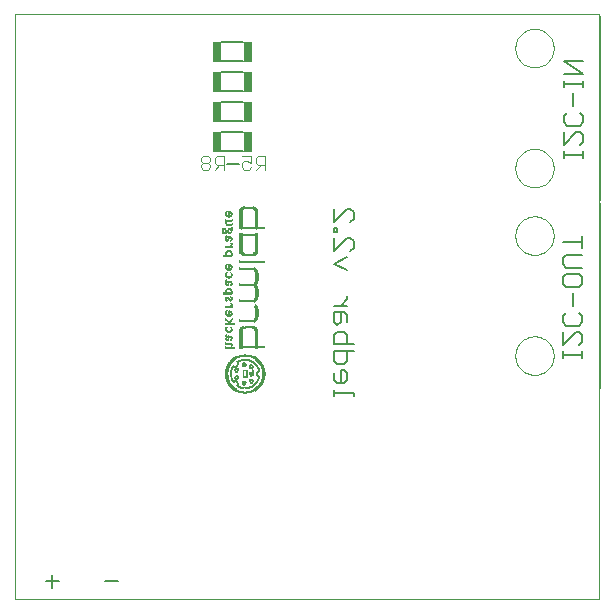
<source format=gbo>
G75*
G70*
%OFA0B0*%
%FSLAX24Y24*%
%IPPOS*%
%LPD*%
%AMOC8*
5,1,8,0,0,1.08239X$1,22.5*
%
%ADD10C,0.0000*%
%ADD11C,0.0060*%
%ADD12C,0.0050*%
%ADD13R,0.0005X0.0005*%
%ADD14R,0.0005X0.0052*%
%ADD15R,0.0005X0.0095*%
%ADD16R,0.0005X0.0124*%
%ADD17R,0.0005X0.0143*%
%ADD18R,0.0005X0.0152*%
%ADD19R,0.0005X0.0167*%
%ADD20R,0.0005X0.0048*%
%ADD21R,0.0005X0.0048*%
%ADD22R,0.0005X0.0176*%
%ADD23R,0.0005X0.0043*%
%ADD24R,0.0005X0.0067*%
%ADD25R,0.0005X0.0076*%
%ADD26R,0.0005X0.0057*%
%ADD27R,0.0005X0.0057*%
%ADD28R,0.0005X0.0038*%
%ADD29R,0.0005X0.0071*%
%ADD30R,0.0005X0.0181*%
%ADD31R,0.0005X0.0005*%
%ADD32R,0.0005X0.0081*%
%ADD33R,0.0005X0.0171*%
%ADD34R,0.0005X0.0186*%
%ADD35R,0.0005X0.0043*%
%ADD36R,0.0005X0.0067*%
%ADD37R,0.0005X0.0005*%
%ADD38R,0.0005X0.0057*%
%ADD39R,0.0005X0.0067*%
%ADD40R,0.0005X0.0062*%
%ADD41R,0.0005X0.0162*%
%ADD42R,0.0005X0.0048*%
%ADD43R,0.0005X0.0062*%
%ADD44R,0.0005X0.0248*%
%ADD45R,0.0005X0.0043*%
%ADD46R,0.0005X0.0052*%
%ADD47R,0.0005X0.0100*%
%ADD48R,0.0005X0.0086*%
%ADD49R,0.0005X0.0138*%
%ADD50R,0.0005X0.0138*%
%ADD51R,0.0005X0.0291*%
%ADD52R,0.0005X0.0081*%
%ADD53R,0.0005X0.0119*%
%ADD54R,0.0005X0.0105*%
%ADD55R,0.0005X0.0143*%
%ADD56R,0.0005X0.0143*%
%ADD57R,0.0005X0.0081*%
%ADD58R,0.0005X0.0129*%
%ADD59R,0.0005X0.0086*%
%ADD60R,0.0005X0.0329*%
%ADD61R,0.0005X0.0091*%
%ADD62R,0.0005X0.0071*%
%ADD63R,0.0005X0.0133*%
%ADD64R,0.0005X0.0124*%
%ADD65R,0.0005X0.0095*%
%ADD66R,0.0005X0.0133*%
%ADD67R,0.0005X0.0100*%
%ADD68R,0.0005X0.0367*%
%ADD69R,0.0005X0.0148*%
%ADD70R,0.0005X0.0133*%
%ADD71R,0.0005X0.0157*%
%ADD72R,0.0005X0.0176*%
%ADD73R,0.0005X0.0086*%
%ADD74R,0.0005X0.0110*%
%ADD75R,0.0005X0.0400*%
%ADD76R,0.0005X0.0167*%
%ADD77R,0.0005X0.0181*%
%ADD78R,0.0005X0.0167*%
%ADD79R,0.0005X0.0424*%
%ADD80R,0.0005X0.0019*%
%ADD81R,0.0005X0.0148*%
%ADD82R,0.0005X0.0171*%
%ADD83R,0.0005X0.0024*%
%ADD84R,0.0005X0.0062*%
%ADD85R,0.0005X0.0453*%
%ADD86R,0.0005X0.0052*%
%ADD87R,0.0005X0.0010*%
%ADD88R,0.0005X0.0010*%
%ADD89R,0.0005X0.0481*%
%ADD90R,0.0005X0.0505*%
%ADD91R,0.0005X0.0071*%
%ADD92R,0.0005X0.0024*%
%ADD93R,0.0005X0.0033*%
%ADD94R,0.0005X0.0024*%
%ADD95R,0.0005X0.0529*%
%ADD96R,0.0005X0.0029*%
%ADD97R,0.0005X0.0029*%
%ADD98R,0.0005X0.0033*%
%ADD99R,0.0005X0.0543*%
%ADD100R,0.0005X0.0014*%
%ADD101R,0.0005X0.0014*%
%ADD102R,0.0005X0.0567*%
%ADD103R,0.0005X0.0586*%
%ADD104R,0.0005X0.0605*%
%ADD105R,0.0005X0.0624*%
%ADD106R,0.0005X0.0643*%
%ADD107R,0.0005X0.0272*%
%ADD108R,0.0005X0.0267*%
%ADD109R,0.0005X0.0243*%
%ADD110R,0.0005X0.0238*%
%ADD111R,0.0005X0.0224*%
%ADD112R,0.0005X0.0224*%
%ADD113R,0.0005X0.0214*%
%ADD114R,0.0005X0.0219*%
%ADD115R,0.0005X0.0205*%
%ADD116R,0.0005X0.0200*%
%ADD117R,0.0005X0.0076*%
%ADD118R,0.0005X0.0191*%
%ADD119R,0.0005X0.0195*%
%ADD120R,0.0005X0.0186*%
%ADD121R,0.0005X0.0105*%
%ADD122R,0.0005X0.0195*%
%ADD123R,0.0005X0.0091*%
%ADD124R,0.0005X0.0200*%
%ADD125R,0.0005X0.0176*%
%ADD126R,0.0005X0.0076*%
%ADD127R,0.0005X0.0157*%
%ADD128R,0.0005X0.0162*%
%ADD129R,0.0005X0.0148*%
%ADD130R,0.0005X0.0009*%
%ADD131R,0.0005X0.0019*%
%ADD132R,0.0005X0.0033*%
%ADD133R,0.0005X0.0224*%
%ADD134R,0.0005X0.0138*%
%ADD135R,0.0005X0.0029*%
%ADD136R,0.0005X0.0257*%
%ADD137R,0.0005X0.0129*%
%ADD138R,0.0005X0.0095*%
%ADD139R,0.0005X0.0319*%
%ADD140R,0.0005X0.0129*%
%ADD141R,0.0005X0.0353*%
%ADD142R,0.0005X0.0162*%
%ADD143R,0.0005X0.0124*%
%ADD144R,0.0005X0.0119*%
%ADD145R,0.0005X0.0114*%
%ADD146R,0.0005X0.0100*%
%ADD147R,0.0005X0.0119*%
%ADD148R,0.0005X0.0090*%
%ADD149R,0.0005X0.0110*%
%ADD150R,0.0005X0.0110*%
%ADD151R,0.0005X0.0038*%
%ADD152R,0.0005X0.0157*%
%ADD153R,0.0005X0.0634*%
%ADD154R,0.0005X0.0629*%
%ADD155R,0.0005X0.0648*%
%ADD156R,0.0005X0.0657*%
%ADD157R,0.0005X0.0653*%
%ADD158R,0.0005X0.0662*%
%ADD159R,0.0005X0.0662*%
%ADD160R,0.0005X0.0672*%
%ADD161R,0.0005X0.0667*%
%ADD162R,0.0005X0.0676*%
%ADD163R,0.0005X0.0676*%
%ADD164R,0.0005X0.0681*%
%ADD165R,0.0005X0.0681*%
%ADD166R,0.0005X0.0686*%
%ADD167R,0.0005X0.0691*%
%ADD168R,0.0005X0.0696*%
%ADD169R,0.0005X0.0696*%
%ADD170R,0.0005X0.0700*%
%ADD171R,0.0005X0.0705*%
%ADD172R,0.0005X0.0700*%
%ADD173R,0.0005X0.0710*%
%ADD174R,0.0005X0.0715*%
%ADD175R,0.0005X0.0715*%
%ADD176R,0.0005X0.0715*%
%ADD177R,0.0005X0.0719*%
%ADD178R,0.0005X0.0719*%
%ADD179R,0.0005X0.0724*%
%ADD180R,0.0005X0.0105*%
%ADD181R,0.0005X0.0262*%
%ADD182R,0.0005X0.0114*%
%ADD183R,0.0005X0.0014*%
%ADD184R,0.0005X0.0172*%
%ADD185R,0.0005X0.0219*%
%ADD186R,0.0005X0.0248*%
%ADD187R,0.0005X0.0281*%
%ADD188R,0.0005X0.0329*%
%ADD189R,0.0005X0.0219*%
%ADD190R,0.0005X0.0391*%
%ADD191R,0.0005X0.0572*%
%ADD192R,0.0005X0.1100*%
%ADD193R,0.0005X0.0562*%
%ADD194R,0.0005X0.1096*%
%ADD195R,0.0005X0.0557*%
%ADD196R,0.0005X0.1086*%
%ADD197R,0.0005X0.0548*%
%ADD198R,0.0005X0.1077*%
%ADD199R,0.0005X0.0538*%
%ADD200R,0.0005X0.1062*%
%ADD201R,0.0005X0.0524*%
%ADD202R,0.0005X0.0529*%
%ADD203R,0.0005X0.0524*%
%ADD204R,0.0005X0.0514*%
%ADD205R,0.0005X0.0510*%
%ADD206R,0.0005X0.0514*%
%ADD207R,0.0005X0.0500*%
%ADD208R,0.0005X0.0500*%
%ADD209R,0.0005X0.0500*%
%ADD210R,0.0005X0.0486*%
%ADD211R,0.0005X0.0481*%
%ADD212R,0.0005X0.0472*%
%ADD213R,0.0005X0.0472*%
%ADD214R,0.0005X0.0448*%
%ADD215R,0.0005X0.0453*%
%ADD216R,0.0005X0.0434*%
%ADD217R,0.0005X0.0429*%
%ADD218R,0.0005X0.0410*%
%ADD219R,0.0005X0.0414*%
%ADD220R,0.0005X0.0386*%
%ADD221R,0.0005X0.0386*%
%ADD222R,0.0005X0.0357*%
%ADD223R,0.0005X0.0357*%
%ADD224R,0.0005X0.0643*%
%ADD225R,0.0005X0.0624*%
%ADD226R,0.0005X0.0286*%
%ADD227R,0.0005X0.0286*%
%ADD228R,0.0005X0.0243*%
%ADD229R,0.0005X0.0195*%
%ADD230R,0.0005X0.0205*%
%ADD231R,0.0005X0.0214*%
%ADD232R,0.0005X0.0229*%
%ADD233R,0.0005X0.0638*%
%ADD234R,0.0005X0.0581*%
%ADD235R,0.0005X0.0476*%
%ADD236R,0.0005X0.0362*%
%ADD237R,0.0005X0.0291*%
%ADD238R,0.0005X0.0243*%
%ADD239R,0.0290X0.0690*%
%ADD240C,0.0040*%
%ADD241C,0.0004*%
D10*
X000180Y000680D02*
X000180Y020176D01*
X019675Y020176D01*
X019675Y000680D01*
X000180Y000680D01*
X008100Y008160D02*
X008109Y008166D01*
X008109Y008168D02*
X008100Y008168D01*
X008104Y008168D02*
X008106Y008170D01*
X008106Y008173D01*
X008104Y008175D01*
X008100Y008175D01*
X008101Y008177D02*
X008100Y008179D01*
X008100Y008182D01*
X008101Y008184D01*
X008104Y008184D01*
X008106Y008182D01*
X008106Y008179D01*
X008104Y008177D01*
X008101Y008177D01*
X008100Y008186D02*
X008106Y008186D01*
X008106Y008188D01*
X008104Y008189D01*
X008106Y008191D01*
X008104Y008192D01*
X008100Y008192D01*
X008100Y008189D02*
X008104Y008189D01*
X008104Y008195D02*
X008106Y008196D01*
X008106Y008200D01*
X008104Y008201D01*
X008103Y008201D01*
X008103Y008195D01*
X008104Y008195D02*
X008101Y008195D01*
X008100Y008196D01*
X008100Y008200D01*
X008100Y008204D02*
X008109Y008210D01*
X008106Y008212D02*
X008106Y008217D01*
X008104Y008219D01*
X008100Y008219D01*
X008101Y008221D02*
X008104Y008221D01*
X008106Y008223D01*
X008106Y008226D01*
X008104Y008227D01*
X008103Y008227D01*
X008103Y008221D01*
X008101Y008221D02*
X008100Y008223D01*
X008100Y008226D01*
X008100Y008230D02*
X008100Y008235D01*
X008101Y008236D01*
X008104Y008236D01*
X008106Y008235D01*
X008106Y008230D01*
X008097Y008230D01*
X008100Y008239D02*
X008109Y008239D01*
X008106Y008240D02*
X008106Y008243D01*
X008104Y008245D01*
X008100Y008245D01*
X008100Y008247D02*
X008100Y008251D01*
X008100Y008249D02*
X008106Y008249D01*
X008106Y008247D01*
X008109Y008249D02*
X008111Y008249D01*
X008106Y008253D02*
X008100Y008253D01*
X008103Y008253D02*
X008106Y008256D01*
X008106Y008258D01*
X008106Y008261D02*
X008101Y008261D01*
X008100Y008262D01*
X008100Y008267D01*
X008106Y008267D01*
X008104Y008269D02*
X008106Y008271D01*
X008106Y008276D01*
X008103Y008274D02*
X008103Y008271D01*
X008104Y008269D01*
X008100Y008269D02*
X008100Y008274D01*
X008101Y008276D01*
X008103Y008274D01*
X008100Y008278D02*
X008109Y008284D01*
X008109Y008287D02*
X008100Y008287D01*
X008100Y008292D01*
X008101Y008293D01*
X008104Y008293D01*
X008106Y008292D01*
X008106Y008287D01*
X008106Y008296D02*
X008100Y008296D01*
X008103Y008296D02*
X008106Y008299D01*
X008106Y008300D01*
X008106Y008303D02*
X008106Y008305D01*
X008104Y008306D01*
X008106Y008308D01*
X008104Y008309D01*
X008100Y008309D01*
X008100Y008312D02*
X008100Y008315D01*
X008100Y008313D02*
X008109Y008313D01*
X008109Y008312D01*
X008104Y008306D02*
X008100Y008306D01*
X008100Y008303D02*
X008106Y008303D01*
X008101Y008318D02*
X008103Y008319D01*
X008103Y008324D01*
X008104Y008324D02*
X008100Y008324D01*
X008100Y008319D01*
X008101Y008318D01*
X008106Y008319D02*
X008106Y008322D01*
X008104Y008324D01*
X008106Y008326D02*
X008106Y008331D01*
X008104Y008333D01*
X008101Y008333D01*
X008100Y008331D01*
X008100Y008326D01*
X008109Y008326D01*
X008101Y008335D02*
X008101Y008337D01*
X008100Y008337D01*
X008100Y008335D01*
X008101Y008335D01*
X008100Y008339D02*
X008100Y008344D01*
X008101Y008346D01*
X008104Y008346D01*
X008106Y008344D01*
X008106Y008339D01*
X008109Y008339D02*
X008100Y008339D01*
X008100Y008348D02*
X008106Y008348D01*
X008106Y008350D01*
X008104Y008351D01*
X008106Y008353D01*
X008104Y008355D01*
X008100Y008355D01*
X008100Y008357D02*
X008100Y008362D01*
X008101Y008363D01*
X008104Y008363D01*
X008106Y008362D01*
X008106Y008357D01*
X008097Y008357D01*
X008100Y008351D02*
X008104Y008351D01*
X008106Y008240D02*
X008104Y008239D01*
X008100Y008212D02*
X008106Y008212D01*
X016869Y008805D02*
X016871Y008855D01*
X016877Y008905D01*
X016887Y008954D01*
X016900Y009003D01*
X016918Y009050D01*
X016939Y009096D01*
X016963Y009139D01*
X016991Y009181D01*
X017022Y009221D01*
X017056Y009258D01*
X017093Y009292D01*
X017133Y009323D01*
X017175Y009351D01*
X017218Y009375D01*
X017264Y009396D01*
X017311Y009414D01*
X017360Y009427D01*
X017409Y009437D01*
X017459Y009443D01*
X017509Y009445D01*
X017559Y009443D01*
X017609Y009437D01*
X017658Y009427D01*
X017707Y009414D01*
X017754Y009396D01*
X017800Y009375D01*
X017843Y009351D01*
X017885Y009323D01*
X017925Y009292D01*
X017962Y009258D01*
X017996Y009221D01*
X018027Y009181D01*
X018055Y009139D01*
X018079Y009096D01*
X018100Y009050D01*
X018118Y009003D01*
X018131Y008954D01*
X018141Y008905D01*
X018147Y008855D01*
X018149Y008805D01*
X018147Y008755D01*
X018141Y008705D01*
X018131Y008656D01*
X018118Y008607D01*
X018100Y008560D01*
X018079Y008514D01*
X018055Y008471D01*
X018027Y008429D01*
X017996Y008389D01*
X017962Y008352D01*
X017925Y008318D01*
X017885Y008287D01*
X017843Y008259D01*
X017800Y008235D01*
X017754Y008214D01*
X017707Y008196D01*
X017658Y008183D01*
X017609Y008173D01*
X017559Y008167D01*
X017509Y008165D01*
X017459Y008167D01*
X017409Y008173D01*
X017360Y008183D01*
X017311Y008196D01*
X017264Y008214D01*
X017218Y008235D01*
X017175Y008259D01*
X017133Y008287D01*
X017093Y008318D01*
X017056Y008352D01*
X017022Y008389D01*
X016991Y008429D01*
X016963Y008471D01*
X016939Y008514D01*
X016918Y008560D01*
X016900Y008607D01*
X016887Y008656D01*
X016877Y008705D01*
X016871Y008755D01*
X016869Y008805D01*
X016869Y012805D02*
X016871Y012855D01*
X016877Y012905D01*
X016887Y012954D01*
X016900Y013003D01*
X016918Y013050D01*
X016939Y013096D01*
X016963Y013139D01*
X016991Y013181D01*
X017022Y013221D01*
X017056Y013258D01*
X017093Y013292D01*
X017133Y013323D01*
X017175Y013351D01*
X017218Y013375D01*
X017264Y013396D01*
X017311Y013414D01*
X017360Y013427D01*
X017409Y013437D01*
X017459Y013443D01*
X017509Y013445D01*
X017559Y013443D01*
X017609Y013437D01*
X017658Y013427D01*
X017707Y013414D01*
X017754Y013396D01*
X017800Y013375D01*
X017843Y013351D01*
X017885Y013323D01*
X017925Y013292D01*
X017962Y013258D01*
X017996Y013221D01*
X018027Y013181D01*
X018055Y013139D01*
X018079Y013096D01*
X018100Y013050D01*
X018118Y013003D01*
X018131Y012954D01*
X018141Y012905D01*
X018147Y012855D01*
X018149Y012805D01*
X018147Y012755D01*
X018141Y012705D01*
X018131Y012656D01*
X018118Y012607D01*
X018100Y012560D01*
X018079Y012514D01*
X018055Y012471D01*
X018027Y012429D01*
X017996Y012389D01*
X017962Y012352D01*
X017925Y012318D01*
X017885Y012287D01*
X017843Y012259D01*
X017800Y012235D01*
X017754Y012214D01*
X017707Y012196D01*
X017658Y012183D01*
X017609Y012173D01*
X017559Y012167D01*
X017509Y012165D01*
X017459Y012167D01*
X017409Y012173D01*
X017360Y012183D01*
X017311Y012196D01*
X017264Y012214D01*
X017218Y012235D01*
X017175Y012259D01*
X017133Y012287D01*
X017093Y012318D01*
X017056Y012352D01*
X017022Y012389D01*
X016991Y012429D01*
X016963Y012471D01*
X016939Y012514D01*
X016918Y012560D01*
X016900Y012607D01*
X016887Y012656D01*
X016877Y012705D01*
X016871Y012755D01*
X016869Y012805D01*
X016869Y015055D02*
X016871Y015105D01*
X016877Y015155D01*
X016887Y015204D01*
X016900Y015253D01*
X016918Y015300D01*
X016939Y015346D01*
X016963Y015389D01*
X016991Y015431D01*
X017022Y015471D01*
X017056Y015508D01*
X017093Y015542D01*
X017133Y015573D01*
X017175Y015601D01*
X017218Y015625D01*
X017264Y015646D01*
X017311Y015664D01*
X017360Y015677D01*
X017409Y015687D01*
X017459Y015693D01*
X017509Y015695D01*
X017559Y015693D01*
X017609Y015687D01*
X017658Y015677D01*
X017707Y015664D01*
X017754Y015646D01*
X017800Y015625D01*
X017843Y015601D01*
X017885Y015573D01*
X017925Y015542D01*
X017962Y015508D01*
X017996Y015471D01*
X018027Y015431D01*
X018055Y015389D01*
X018079Y015346D01*
X018100Y015300D01*
X018118Y015253D01*
X018131Y015204D01*
X018141Y015155D01*
X018147Y015105D01*
X018149Y015055D01*
X018147Y015005D01*
X018141Y014955D01*
X018131Y014906D01*
X018118Y014857D01*
X018100Y014810D01*
X018079Y014764D01*
X018055Y014721D01*
X018027Y014679D01*
X017996Y014639D01*
X017962Y014602D01*
X017925Y014568D01*
X017885Y014537D01*
X017843Y014509D01*
X017800Y014485D01*
X017754Y014464D01*
X017707Y014446D01*
X017658Y014433D01*
X017609Y014423D01*
X017559Y014417D01*
X017509Y014415D01*
X017459Y014417D01*
X017409Y014423D01*
X017360Y014433D01*
X017311Y014446D01*
X017264Y014464D01*
X017218Y014485D01*
X017175Y014509D01*
X017133Y014537D01*
X017093Y014568D01*
X017056Y014602D01*
X017022Y014639D01*
X016991Y014679D01*
X016963Y014721D01*
X016939Y014764D01*
X016918Y014810D01*
X016900Y014857D01*
X016887Y014906D01*
X016877Y014955D01*
X016871Y015005D01*
X016869Y015055D01*
X016869Y019055D02*
X016871Y019105D01*
X016877Y019155D01*
X016887Y019204D01*
X016900Y019253D01*
X016918Y019300D01*
X016939Y019346D01*
X016963Y019389D01*
X016991Y019431D01*
X017022Y019471D01*
X017056Y019508D01*
X017093Y019542D01*
X017133Y019573D01*
X017175Y019601D01*
X017218Y019625D01*
X017264Y019646D01*
X017311Y019664D01*
X017360Y019677D01*
X017409Y019687D01*
X017459Y019693D01*
X017509Y019695D01*
X017559Y019693D01*
X017609Y019687D01*
X017658Y019677D01*
X017707Y019664D01*
X017754Y019646D01*
X017800Y019625D01*
X017843Y019601D01*
X017885Y019573D01*
X017925Y019542D01*
X017962Y019508D01*
X017996Y019471D01*
X018027Y019431D01*
X018055Y019389D01*
X018079Y019346D01*
X018100Y019300D01*
X018118Y019253D01*
X018131Y019204D01*
X018141Y019155D01*
X018147Y019105D01*
X018149Y019055D01*
X018147Y019005D01*
X018141Y018955D01*
X018131Y018906D01*
X018118Y018857D01*
X018100Y018810D01*
X018079Y018764D01*
X018055Y018721D01*
X018027Y018679D01*
X017996Y018639D01*
X017962Y018602D01*
X017925Y018568D01*
X017885Y018537D01*
X017843Y018509D01*
X017800Y018485D01*
X017754Y018464D01*
X017707Y018446D01*
X017658Y018433D01*
X017609Y018423D01*
X017559Y018417D01*
X017509Y018415D01*
X017459Y018417D01*
X017409Y018423D01*
X017360Y018433D01*
X017311Y018446D01*
X017264Y018464D01*
X017218Y018485D01*
X017175Y018509D01*
X017133Y018537D01*
X017093Y018568D01*
X017056Y018602D01*
X017022Y018639D01*
X016991Y018679D01*
X016963Y018721D01*
X016939Y018764D01*
X016918Y018810D01*
X016900Y018857D01*
X016887Y018906D01*
X016877Y018955D01*
X016871Y019005D01*
X016869Y019055D01*
D11*
X018476Y018617D02*
X019116Y018617D01*
X019116Y018190D02*
X018476Y018617D01*
X018476Y018190D02*
X019116Y018190D01*
X019116Y017974D02*
X019116Y017761D01*
X019116Y017868D02*
X018476Y017868D01*
X018476Y017974D02*
X018476Y017761D01*
X018796Y017543D02*
X018796Y017116D01*
X019009Y016899D02*
X019116Y016792D01*
X019116Y016578D01*
X019009Y016472D01*
X018582Y016472D01*
X018476Y016578D01*
X018476Y016792D01*
X018582Y016899D01*
X018476Y016254D02*
X018476Y015827D01*
X018903Y016254D01*
X019009Y016254D01*
X019116Y016147D01*
X019116Y015934D01*
X019009Y015827D01*
X019116Y015611D02*
X019116Y015397D01*
X019116Y015504D02*
X018476Y015504D01*
X018476Y015397D02*
X018476Y015611D01*
X019097Y012809D02*
X019097Y012382D01*
X019097Y012596D02*
X018457Y012596D01*
X018563Y012165D02*
X019097Y012165D01*
X019097Y011738D02*
X018563Y011738D01*
X018457Y011844D01*
X018457Y012058D01*
X018563Y012165D01*
X018563Y011520D02*
X018990Y011520D01*
X019097Y011413D01*
X019097Y011200D01*
X018990Y011093D01*
X018563Y011093D01*
X018457Y011200D01*
X018457Y011413D01*
X018563Y011520D01*
X018777Y010876D02*
X018777Y010448D01*
X018990Y010231D02*
X019097Y010124D01*
X019097Y009911D01*
X018990Y009804D01*
X018563Y009804D01*
X018457Y009911D01*
X018457Y010124D01*
X018563Y010231D01*
X018457Y009586D02*
X018457Y009159D01*
X018884Y009586D01*
X018990Y009586D01*
X019097Y009480D01*
X019097Y009266D01*
X018990Y009159D01*
X019097Y008943D02*
X019097Y008730D01*
X019097Y008836D02*
X018457Y008836D01*
X018457Y008730D02*
X018457Y008943D01*
X011476Y008961D02*
X010835Y008961D01*
X010835Y008641D01*
X010942Y008534D01*
X011155Y008534D01*
X011262Y008641D01*
X011262Y008961D01*
X011262Y009179D02*
X011262Y009499D01*
X011155Y009606D01*
X010942Y009606D01*
X010835Y009499D01*
X010835Y009179D01*
X011476Y009179D01*
X010942Y009823D02*
X011049Y009930D01*
X011049Y010250D01*
X011155Y010250D02*
X010835Y010250D01*
X010835Y009930D01*
X010942Y009823D01*
X011262Y009930D02*
X011262Y010144D01*
X011155Y010250D01*
X011049Y010468D02*
X011262Y010681D01*
X011262Y010788D01*
X011262Y010468D02*
X010835Y010468D01*
X011262Y011650D02*
X010835Y011863D01*
X011262Y012077D01*
X011369Y012294D02*
X011476Y012401D01*
X011476Y012614D01*
X011369Y012721D01*
X011262Y012721D01*
X010835Y012294D01*
X010835Y012721D01*
X010835Y012939D02*
X010835Y013045D01*
X010942Y013045D01*
X010942Y012939D01*
X010835Y012939D01*
X010835Y013261D02*
X011262Y013688D01*
X011369Y013688D01*
X011476Y013581D01*
X011476Y013368D01*
X011369Y013261D01*
X010835Y013261D02*
X010835Y013688D01*
X007670Y015205D02*
X007243Y015205D01*
X007050Y015610D02*
X007805Y015610D01*
X007805Y016250D02*
X007050Y016250D01*
X007050Y016610D02*
X007805Y016610D01*
X007805Y017250D02*
X007050Y017250D01*
X007050Y017610D02*
X007805Y017610D01*
X007805Y018250D02*
X007050Y018250D01*
X007050Y018610D02*
X007805Y018610D01*
X007805Y019250D02*
X007050Y019250D01*
X011049Y008317D02*
X011049Y007890D01*
X011155Y007890D02*
X011262Y007996D01*
X011262Y008210D01*
X011155Y008317D01*
X011049Y008317D01*
X010835Y008210D02*
X010835Y007996D01*
X010942Y007890D01*
X011155Y007890D01*
X010835Y007674D02*
X010835Y007460D01*
X010835Y007567D02*
X011476Y007567D01*
X011476Y007460D01*
X001650Y001280D02*
X001223Y001280D01*
X001436Y001494D02*
X001436Y001067D01*
D12*
X003180Y001305D02*
X003618Y001305D01*
D13*
X007595Y007793D03*
X007657Y007845D03*
X007657Y007855D03*
X007657Y007864D03*
X007685Y009041D03*
X007685Y009050D03*
X007685Y009060D03*
X007685Y009070D03*
X007685Y009079D03*
X007685Y009089D03*
X007685Y009098D03*
X007685Y009108D03*
X007685Y009127D03*
X007685Y009146D03*
X007685Y009165D03*
X007685Y009184D03*
X007685Y009203D03*
X007685Y009222D03*
X007685Y009241D03*
X007685Y009260D03*
X007685Y009279D03*
X007685Y009298D03*
X007685Y009317D03*
X007685Y009336D03*
X007685Y009355D03*
X007685Y009374D03*
X007685Y009393D03*
X007685Y009413D03*
X007685Y009432D03*
X007685Y009451D03*
X007685Y009470D03*
X007685Y009489D03*
X007685Y009508D03*
X007685Y009527D03*
X007685Y009546D03*
X007685Y009565D03*
X007685Y009584D03*
X007685Y009603D03*
X007685Y009622D03*
X007685Y009927D03*
X007685Y009946D03*
X007685Y009965D03*
X007685Y009984D03*
X007685Y010003D03*
X007447Y010003D03*
X007447Y009984D03*
X007447Y010022D03*
X007228Y010022D03*
X007228Y010003D03*
X007228Y010041D03*
X007228Y010179D03*
X007228Y010408D03*
X007228Y010427D03*
X007409Y010484D03*
X007447Y010427D03*
X007447Y010408D03*
X007228Y010656D03*
X007228Y010718D03*
X007447Y010718D03*
X007447Y010861D03*
X007447Y010870D03*
X007447Y010880D03*
X007447Y010899D03*
X007447Y010908D03*
X007447Y010918D03*
X007685Y011128D03*
X007685Y011137D03*
X007685Y011147D03*
X007685Y011166D03*
X007685Y011175D03*
X007685Y011185D03*
X007685Y011204D03*
X007685Y011647D03*
X007685Y011656D03*
X007685Y011675D03*
X007685Y011685D03*
X007685Y011694D03*
X007685Y011713D03*
X007685Y011723D03*
X007685Y011733D03*
X007685Y011890D03*
X007685Y011899D03*
X007685Y011909D03*
X007685Y011928D03*
X007685Y011937D03*
X007685Y011947D03*
X007685Y011966D03*
X007685Y012271D03*
X007685Y012280D03*
X007685Y012290D03*
X007685Y012299D03*
X007685Y012309D03*
X007685Y012318D03*
X007685Y012328D03*
X007685Y012337D03*
X007685Y012347D03*
X007685Y012357D03*
X007685Y012366D03*
X007685Y012376D03*
X007685Y012385D03*
X007685Y012395D03*
X007685Y012404D03*
X007685Y012414D03*
X007685Y012423D03*
X007685Y012433D03*
X007685Y012442D03*
X007685Y012452D03*
X007685Y012461D03*
X007685Y012471D03*
X007685Y012480D03*
X007685Y012490D03*
X007685Y012499D03*
X007685Y012509D03*
X007685Y012518D03*
X007685Y012528D03*
X007685Y012538D03*
X007685Y012547D03*
X007685Y012557D03*
X007685Y012566D03*
X007685Y012576D03*
X007685Y012585D03*
X007685Y012595D03*
X007685Y012604D03*
X007685Y012614D03*
X007685Y012623D03*
X007685Y012633D03*
X007685Y012642D03*
X007685Y012652D03*
X007685Y012661D03*
X007685Y012671D03*
X007685Y012680D03*
X007685Y012690D03*
X007685Y012700D03*
X007685Y012709D03*
X007685Y012719D03*
X007685Y012728D03*
X007685Y012738D03*
X007685Y012747D03*
X007685Y012757D03*
X007685Y012766D03*
X007685Y012776D03*
X007685Y012785D03*
X007685Y012795D03*
X007685Y012804D03*
X007685Y012814D03*
X007685Y012823D03*
X007685Y012833D03*
X007685Y012842D03*
X007685Y012852D03*
X007685Y012861D03*
X007685Y012871D03*
X007685Y013023D03*
X007685Y013033D03*
X007685Y013043D03*
X007685Y013052D03*
X007685Y013062D03*
X007685Y013071D03*
X007685Y013081D03*
X007685Y013090D03*
X007685Y013100D03*
X007685Y013109D03*
X007685Y013119D03*
X007685Y013128D03*
X007685Y013138D03*
X007685Y013147D03*
X007685Y013157D03*
X007685Y013166D03*
X007685Y013176D03*
X007685Y013185D03*
X007685Y013195D03*
X007685Y013204D03*
X007685Y013214D03*
X007685Y013224D03*
X007685Y013233D03*
X007685Y013243D03*
X007685Y013252D03*
X007685Y013262D03*
X007685Y013271D03*
X007685Y013281D03*
X007685Y013290D03*
X007685Y013300D03*
X007685Y013309D03*
X007685Y013319D03*
X007685Y013328D03*
X007685Y013338D03*
X007685Y013347D03*
X007685Y013357D03*
X007685Y013366D03*
X007685Y013376D03*
X007685Y013385D03*
X007685Y013395D03*
X007685Y013405D03*
X007685Y013414D03*
X007685Y013424D03*
X007685Y013433D03*
X007685Y013443D03*
X007685Y013452D03*
X007685Y013462D03*
X007685Y013471D03*
X007685Y013481D03*
X007685Y013490D03*
X007685Y013500D03*
X007685Y013509D03*
X007685Y013519D03*
X007685Y013528D03*
X007685Y013538D03*
X007685Y013547D03*
X007685Y013557D03*
X007685Y013567D03*
X007685Y013576D03*
X007685Y013586D03*
X007685Y013595D03*
X007685Y013605D03*
X007685Y013614D03*
X007447Y013314D03*
X007447Y013285D03*
X007447Y013176D03*
X007447Y013166D03*
X007447Y013157D03*
X007447Y013147D03*
X007447Y013052D03*
X007447Y013043D03*
X007447Y013033D03*
X007447Y013023D03*
X007447Y013014D03*
X007447Y013004D03*
X007447Y012995D03*
X007447Y012985D03*
X007447Y012976D03*
X007447Y012966D03*
X007414Y013033D03*
X007414Y013043D03*
X007295Y012971D03*
X007152Y012966D03*
X007152Y012942D03*
X007118Y012928D03*
X007409Y012700D03*
X007409Y012680D03*
X007380Y012623D03*
X007376Y012623D03*
X007390Y012538D03*
X007409Y012499D03*
X007447Y012438D03*
X007447Y012409D03*
X007228Y012414D03*
X007228Y012423D03*
X007228Y012433D03*
X007228Y012442D03*
X007228Y012404D03*
X007261Y012195D03*
X007447Y012180D03*
X007447Y012171D03*
X007447Y012142D03*
X007447Y012133D03*
X007333Y011837D03*
X007266Y011490D03*
X007685Y010675D03*
X007685Y010656D03*
X007685Y010637D03*
X007685Y010618D03*
X007685Y010599D03*
X008228Y010832D03*
X008324Y010842D03*
X008319Y010799D03*
X008324Y010937D03*
X008324Y010946D03*
X008319Y010989D03*
X008228Y010956D03*
X008324Y011370D03*
X008324Y011380D03*
X008324Y011390D03*
X008324Y011456D03*
X008324Y011466D03*
X008319Y011518D03*
X008228Y011485D03*
X008324Y010270D03*
X008324Y010179D03*
X008228Y010160D03*
X008305Y009665D03*
X007256Y009393D03*
X007228Y009208D03*
X007228Y009189D03*
X007228Y009079D03*
X007228Y009070D03*
X007228Y009060D03*
X007228Y009050D03*
X007228Y009041D03*
X007228Y009851D03*
X007228Y009870D03*
X007261Y013233D03*
X007228Y013281D03*
X007228Y013290D03*
X007228Y013300D03*
X007228Y013309D03*
X007228Y013319D03*
X007266Y013519D03*
X007266Y013538D03*
D14*
X007280Y013457D03*
X007285Y013452D03*
X007280Y013295D03*
X007204Y013033D03*
X007118Y012962D03*
X007261Y012919D03*
X007333Y012914D03*
X007357Y012747D03*
X007323Y012671D03*
X007261Y012647D03*
X007266Y012747D03*
X007409Y012647D03*
X007380Y012428D03*
X007376Y012428D03*
X007380Y012276D03*
X007385Y012271D03*
X007390Y012271D03*
X007285Y012271D03*
X007280Y012266D03*
X007233Y011275D03*
X007280Y011013D03*
X007376Y010646D03*
X007409Y010646D03*
X007380Y010418D03*
X007376Y010418D03*
X007404Y010146D03*
X007442Y009998D03*
X007438Y009994D03*
X007418Y009979D03*
X007414Y009975D03*
X007399Y009960D03*
X007395Y009956D03*
X007376Y009941D03*
X007371Y009937D03*
X007352Y009917D03*
X007290Y009598D03*
X007395Y009065D03*
X007490Y007931D03*
X007809Y007850D03*
X008052Y007912D03*
X008219Y007855D03*
X008228Y007864D03*
X008243Y007883D03*
X007409Y013567D03*
D15*
X007233Y013526D03*
X007309Y012959D03*
X007123Y012959D03*
X007342Y012726D03*
X007781Y012826D03*
X007785Y012826D03*
X007790Y012826D03*
X007795Y012826D03*
X007800Y012826D03*
X007804Y012826D03*
X007809Y012826D03*
X007814Y012826D03*
X007819Y012826D03*
X007823Y012826D03*
X007828Y012826D03*
X007833Y012826D03*
X007838Y012826D03*
X007842Y012826D03*
X007847Y012826D03*
X007852Y012826D03*
X007857Y012826D03*
X007861Y012826D03*
X007866Y012826D03*
X007871Y012826D03*
X007876Y012826D03*
X007881Y012826D03*
X007885Y012826D03*
X007890Y012826D03*
X007895Y012826D03*
X007900Y012826D03*
X007904Y012826D03*
X007909Y012826D03*
X007914Y012826D03*
X007919Y012826D03*
X007923Y012826D03*
X007928Y012826D03*
X007933Y012826D03*
X007938Y012826D03*
X007942Y012826D03*
X007947Y012826D03*
X007952Y012826D03*
X007957Y012826D03*
X007962Y012826D03*
X007966Y012826D03*
X007971Y012826D03*
X007976Y012826D03*
X007981Y012826D03*
X007985Y012826D03*
X007990Y012826D03*
X007995Y012826D03*
X008000Y012826D03*
X008004Y012826D03*
X008009Y012826D03*
X008014Y012826D03*
X008019Y012826D03*
X008023Y012826D03*
X008028Y012826D03*
X008033Y012826D03*
X008038Y012826D03*
X008043Y012826D03*
X008047Y012826D03*
X008052Y012826D03*
X008057Y012826D03*
X008062Y012826D03*
X008066Y012826D03*
X008071Y012826D03*
X008076Y012826D03*
X008081Y012826D03*
X008085Y012826D03*
X008090Y012826D03*
X008095Y012826D03*
X008100Y012826D03*
X008104Y012826D03*
X008109Y012826D03*
X008114Y012826D03*
X008119Y012826D03*
X008124Y012826D03*
X008128Y012826D03*
X008133Y012826D03*
X008138Y012826D03*
X008143Y012826D03*
X008147Y012826D03*
X008152Y012826D03*
X008157Y012826D03*
X008162Y012826D03*
X008166Y012826D03*
X008171Y012826D03*
X008176Y012826D03*
X008181Y012826D03*
X008185Y012826D03*
X008190Y012826D03*
X008195Y012826D03*
X008200Y012826D03*
X008204Y012826D03*
X008209Y012826D03*
X008214Y012826D03*
X008214Y013069D03*
X008309Y013069D03*
X008152Y013717D03*
X008147Y013717D03*
X008138Y013721D03*
X008133Y013721D03*
X008128Y013721D03*
X008057Y013736D03*
X008047Y013736D03*
X008043Y013736D03*
X008033Y013736D03*
X008028Y013736D03*
X008023Y013736D03*
X008019Y013736D03*
X008014Y013736D03*
X008009Y013736D03*
X008004Y013736D03*
X007995Y013736D03*
X007985Y013736D03*
X007981Y013736D03*
X007976Y013736D03*
X007971Y013736D03*
X007966Y013736D03*
X007962Y013736D03*
X007957Y013736D03*
X007947Y013736D03*
X007866Y013721D03*
X007861Y013721D03*
X007857Y013721D03*
X007847Y013717D03*
X007842Y013717D03*
X007838Y012178D03*
X007852Y012173D03*
X007857Y012173D03*
X007861Y012173D03*
X007928Y012159D03*
X007933Y012159D03*
X007938Y012159D03*
X007947Y012159D03*
X007952Y012159D03*
X007962Y012159D03*
X008000Y012154D03*
X008043Y012159D03*
X008052Y012159D03*
X008057Y012159D03*
X008062Y012159D03*
X008071Y012159D03*
X008133Y012173D03*
X008138Y012173D03*
X008143Y012173D03*
X008157Y012178D03*
X007233Y011754D03*
X007690Y010630D03*
X007695Y010630D03*
X007700Y010630D03*
X007704Y010630D03*
X007709Y010630D03*
X007714Y010630D03*
X007719Y010630D03*
X007723Y010630D03*
X007728Y010630D03*
X007733Y010630D03*
X007738Y010630D03*
X007742Y010630D03*
X007747Y010630D03*
X007752Y010630D03*
X007757Y010630D03*
X007761Y010630D03*
X007766Y010630D03*
X007771Y010630D03*
X007776Y010630D03*
X007781Y010630D03*
X007785Y010630D03*
X007790Y010630D03*
X007795Y010630D03*
X007800Y010630D03*
X007804Y010630D03*
X007809Y010630D03*
X007814Y010630D03*
X007819Y010630D03*
X007823Y010630D03*
X007828Y010630D03*
X007833Y010630D03*
X007838Y010630D03*
X007842Y010630D03*
X007847Y010630D03*
X007852Y010630D03*
X007857Y010630D03*
X007861Y010630D03*
X007866Y010630D03*
X007871Y010630D03*
X007876Y010630D03*
X007881Y010630D03*
X007885Y010630D03*
X007890Y010630D03*
X007895Y010630D03*
X007900Y010630D03*
X007904Y010630D03*
X007909Y010630D03*
X007914Y010630D03*
X007919Y010630D03*
X007923Y010630D03*
X007928Y010630D03*
X007933Y010630D03*
X007938Y010630D03*
X007942Y010630D03*
X007947Y010630D03*
X007952Y010630D03*
X007957Y010630D03*
X007962Y010630D03*
X007966Y010630D03*
X007971Y010630D03*
X007976Y010630D03*
X007981Y010630D03*
X007985Y010630D03*
X007990Y010630D03*
X007995Y010630D03*
X008000Y010630D03*
X008004Y010630D03*
X008009Y010630D03*
X008014Y010630D03*
X008019Y010630D03*
X008023Y010630D03*
X008028Y010630D03*
X008033Y010630D03*
X008038Y010630D03*
X008043Y010630D03*
X008047Y010630D03*
X008052Y010630D03*
X008057Y010630D03*
X008062Y010630D03*
X008066Y010630D03*
X008071Y010630D03*
X008076Y010630D03*
X008081Y010630D03*
X008085Y010630D03*
X008090Y010630D03*
X008095Y010630D03*
X008100Y010630D03*
X008104Y010630D03*
X008109Y010630D03*
X008114Y010630D03*
X008119Y010630D03*
X008124Y010630D03*
X008128Y010630D03*
X008133Y010630D03*
X008138Y010630D03*
X008143Y010630D03*
X008147Y010630D03*
X008152Y010630D03*
X008157Y010630D03*
X008162Y010630D03*
X008171Y010630D03*
X008171Y009963D03*
X008176Y009963D03*
X008162Y009958D03*
X008157Y009958D03*
X008147Y009958D03*
X008138Y009958D03*
X008128Y009958D03*
X008119Y009958D03*
X008109Y009958D03*
X008100Y009958D03*
X008090Y009958D03*
X008081Y009958D03*
X008071Y009958D03*
X008062Y009958D03*
X008052Y009958D03*
X008043Y009958D03*
X008033Y009958D03*
X008023Y009958D03*
X008014Y009958D03*
X008004Y009958D03*
X007995Y009958D03*
X007985Y009958D03*
X007976Y009958D03*
X007966Y009958D03*
X007957Y009958D03*
X007947Y009958D03*
X007938Y009958D03*
X007928Y009958D03*
X007919Y009958D03*
X007909Y009958D03*
X007900Y009958D03*
X007890Y009958D03*
X007885Y009958D03*
X007876Y009958D03*
X007871Y009958D03*
X007861Y009958D03*
X007852Y009958D03*
X007847Y009958D03*
X007838Y009958D03*
X007833Y009958D03*
X007823Y009958D03*
X007819Y009958D03*
X007809Y009958D03*
X007804Y009958D03*
X007795Y009958D03*
X007790Y009958D03*
X007781Y009958D03*
X007776Y009958D03*
X007766Y009958D03*
X007761Y009958D03*
X007757Y009958D03*
X007747Y009958D03*
X007742Y009958D03*
X007738Y009958D03*
X007728Y009958D03*
X007723Y009958D03*
X007719Y009958D03*
X007709Y009958D03*
X007704Y009958D03*
X007700Y009958D03*
X007690Y009958D03*
X007833Y009729D03*
X007838Y009729D03*
X007847Y009734D03*
X007852Y009734D03*
X007857Y009734D03*
X007861Y009739D03*
X007866Y009739D03*
X007871Y009739D03*
X007876Y009739D03*
X007881Y009739D03*
X007885Y009744D03*
X007890Y009744D03*
X007895Y009744D03*
X007900Y009744D03*
X007904Y009744D03*
X007914Y009748D03*
X007923Y009748D03*
X007928Y009748D03*
X007933Y009748D03*
X007938Y009748D03*
X007942Y009748D03*
X007952Y009748D03*
X007990Y009753D03*
X008000Y009753D03*
X008009Y009753D03*
X008047Y009748D03*
X008057Y009748D03*
X008062Y009748D03*
X008066Y009748D03*
X008071Y009748D03*
X008076Y009748D03*
X008085Y009744D03*
X008095Y009744D03*
X008100Y009744D03*
X008104Y009744D03*
X008109Y009744D03*
X008119Y009739D03*
X008124Y009739D03*
X008128Y009739D03*
X008133Y009739D03*
X008138Y009734D03*
X008143Y009734D03*
X008147Y009734D03*
X008157Y009729D03*
X008162Y009729D03*
X008171Y009725D03*
X008171Y009081D03*
X008166Y009081D03*
X008162Y009081D03*
X008157Y009081D03*
X008152Y009081D03*
X008147Y009081D03*
X008143Y009081D03*
X008138Y009081D03*
X008133Y009081D03*
X008128Y009081D03*
X008124Y009081D03*
X008119Y009081D03*
X008114Y009081D03*
X008109Y009081D03*
X008104Y009081D03*
X008100Y009081D03*
X008095Y009081D03*
X008090Y009081D03*
X008085Y009081D03*
X008081Y009081D03*
X008076Y009081D03*
X008071Y009081D03*
X008066Y009081D03*
X008062Y009081D03*
X008057Y009081D03*
X008052Y009081D03*
X008047Y009081D03*
X008043Y009081D03*
X008038Y009081D03*
X008033Y009081D03*
X008028Y009081D03*
X008023Y009081D03*
X008019Y009081D03*
X008014Y009081D03*
X008009Y009081D03*
X008004Y009081D03*
X008000Y009081D03*
X007995Y009081D03*
X007990Y009081D03*
X007985Y009081D03*
X007981Y009081D03*
X007976Y009081D03*
X007971Y009081D03*
X007966Y009081D03*
X007962Y009081D03*
X007957Y009081D03*
X007952Y009081D03*
X007947Y009081D03*
X007942Y009081D03*
X007938Y009081D03*
X007933Y009081D03*
X007928Y009081D03*
X007923Y009081D03*
X007919Y009081D03*
X007914Y009081D03*
X007909Y009081D03*
X007904Y009081D03*
X007900Y009081D03*
X007895Y009081D03*
X007890Y009081D03*
X007885Y009081D03*
X007881Y009081D03*
X007876Y009081D03*
X007871Y009081D03*
X007866Y009081D03*
X007861Y009081D03*
X007857Y009081D03*
X007852Y009081D03*
X007847Y009081D03*
X007842Y009081D03*
X007838Y009081D03*
X007833Y009081D03*
X007828Y009081D03*
X007823Y009081D03*
X007819Y009081D03*
X007814Y009081D03*
X007809Y009081D03*
X007804Y009081D03*
X007800Y009081D03*
X007795Y009081D03*
X007790Y009081D03*
X007785Y009081D03*
X007781Y009081D03*
X007638Y008757D03*
X007628Y008753D03*
X007623Y008753D03*
X007619Y008748D03*
X007614Y008748D03*
X007609Y008743D03*
X007604Y008743D03*
X007599Y008738D03*
X007590Y008734D03*
X007580Y008729D03*
X007557Y008715D03*
X007447Y008367D03*
X007447Y008010D03*
X007561Y007662D03*
X007585Y007648D03*
X007595Y007643D03*
X007604Y007638D03*
X007614Y007633D03*
X007623Y007628D03*
X007633Y007624D03*
X007647Y007619D03*
X008033Y007948D03*
X008033Y008191D03*
X008319Y008367D03*
X008319Y008010D03*
X008185Y007652D03*
X008181Y007648D03*
X008176Y007648D03*
X008171Y007643D03*
X008166Y007643D03*
X008162Y007638D03*
X008152Y007633D03*
X008147Y007633D03*
X008143Y007628D03*
X008133Y007624D03*
X008128Y007624D03*
X008119Y007619D03*
X008185Y008729D03*
X008176Y008734D03*
X008166Y008738D03*
X008162Y008743D03*
X008157Y008743D03*
X008147Y008748D03*
X008138Y008753D03*
X008128Y008757D03*
X008176Y009081D03*
X008181Y009081D03*
X008185Y009081D03*
X008190Y009081D03*
X008195Y009081D03*
X008200Y009081D03*
X008204Y009081D03*
X008209Y009081D03*
X008214Y009081D03*
X008309Y009081D03*
X008314Y009081D03*
X008319Y009081D03*
X008324Y009081D03*
X008328Y009081D03*
X008333Y009081D03*
X008338Y009081D03*
X008343Y009081D03*
X008347Y009081D03*
X008352Y009081D03*
X008357Y009081D03*
X008362Y009081D03*
X008366Y009081D03*
X008371Y009081D03*
X008376Y009081D03*
X008381Y009081D03*
X008386Y009081D03*
X008390Y009081D03*
X008395Y009081D03*
X008400Y009081D03*
X008405Y009081D03*
X008409Y009081D03*
X008414Y009081D03*
X008419Y009081D03*
X008424Y009081D03*
X008428Y009081D03*
X008433Y009081D03*
X008438Y009081D03*
X008443Y009081D03*
X008447Y009081D03*
X008452Y009081D03*
X008457Y009081D03*
X008462Y009081D03*
X008466Y009081D03*
X008471Y009081D03*
X008476Y009081D03*
X008481Y009081D03*
X008486Y009081D03*
X008490Y009081D03*
X008495Y009081D03*
X008500Y009081D03*
X008505Y009081D03*
X008509Y009081D03*
X007423Y010501D03*
X007418Y010501D03*
X007414Y010496D03*
X007233Y009677D03*
D16*
X007428Y010692D03*
X007428Y011201D03*
X008185Y011158D03*
X008200Y010653D03*
X008333Y008610D03*
X008338Y008605D03*
X008343Y008600D03*
X008266Y008191D03*
X008333Y007767D03*
X008324Y007757D03*
X007447Y007752D03*
X007442Y007757D03*
X007438Y007762D03*
X007433Y007767D03*
X007433Y008324D03*
X007428Y008605D03*
X007433Y008610D03*
X007438Y008615D03*
X007428Y012692D03*
X007318Y012959D03*
X007128Y012959D03*
D17*
X007133Y012959D03*
X007414Y012692D03*
X007418Y012692D03*
X007418Y011744D03*
X007414Y011206D03*
D18*
X007428Y010930D03*
X007242Y010930D03*
X007261Y011487D03*
X007247Y011759D03*
X007242Y012183D03*
X007428Y012183D03*
X007233Y012959D03*
X007137Y012959D03*
X007433Y012988D03*
X007247Y013531D03*
X008195Y011158D03*
X007261Y009667D03*
X007376Y008538D03*
X007633Y008534D03*
X007371Y007848D03*
X007380Y007833D03*
X008390Y008538D03*
D19*
X007357Y007874D03*
X008219Y010013D03*
X008219Y010684D03*
X007261Y011752D03*
X007256Y011756D03*
X007142Y012957D03*
X007418Y012976D03*
X007423Y012981D03*
X007256Y013528D03*
D20*
X007290Y013450D03*
X007299Y013445D03*
X007390Y013450D03*
X007395Y013450D03*
X007399Y013455D03*
X007404Y013574D03*
X007285Y013297D03*
X007199Y013035D03*
X007166Y013035D03*
X007161Y013031D03*
X007161Y012888D03*
X007166Y012883D03*
X007204Y012883D03*
X007209Y012888D03*
X007290Y012926D03*
X007404Y013002D03*
X007314Y012654D03*
X007266Y012645D03*
X007357Y012426D03*
X007366Y012426D03*
X007371Y012426D03*
X007371Y012278D03*
X007376Y012278D03*
X007299Y012278D03*
X007295Y012278D03*
X007290Y012273D03*
X007399Y011806D03*
X007390Y011678D03*
X007290Y011678D03*
X007304Y011411D03*
X007309Y011411D03*
X007366Y011411D03*
X007371Y011411D03*
X007357Y011259D03*
X007390Y011259D03*
X007395Y011259D03*
X007266Y011259D03*
X007314Y011030D03*
X007318Y011030D03*
X007357Y011030D03*
X007361Y011030D03*
X007357Y010877D03*
X007366Y010877D03*
X007376Y010877D03*
X007385Y010877D03*
X007395Y010877D03*
X007404Y010877D03*
X007347Y010877D03*
X007337Y010877D03*
X007328Y010877D03*
X007318Y010877D03*
X007309Y010877D03*
X007299Y010877D03*
X007290Y010877D03*
X007280Y010877D03*
X007271Y010877D03*
X007223Y010877D03*
X007214Y010877D03*
X007204Y010877D03*
X007195Y010877D03*
X007185Y010877D03*
X007176Y010877D03*
X007166Y010877D03*
X007156Y010877D03*
X007147Y010877D03*
X007276Y010739D03*
X007285Y010739D03*
X007295Y010739D03*
X007228Y010687D03*
X007380Y010644D03*
X007404Y010644D03*
X007371Y010415D03*
X007366Y010415D03*
X007361Y010415D03*
X007357Y010415D03*
X007352Y010415D03*
X007399Y010263D03*
X007395Y010139D03*
X007376Y010129D03*
X007304Y010129D03*
X007285Y010139D03*
X007428Y009987D03*
X007380Y009596D03*
X007376Y009596D03*
X007299Y009596D03*
X007295Y009596D03*
X007390Y009196D03*
X007395Y009196D03*
X007447Y009148D03*
X007390Y009062D03*
X007614Y008576D03*
X007609Y008457D03*
X007604Y008453D03*
X007599Y008448D03*
X007571Y008353D03*
X007628Y008353D03*
X007628Y008272D03*
X007571Y008272D03*
X007571Y008105D03*
X007628Y008105D03*
X007628Y008024D03*
X007571Y008024D03*
X007604Y007924D03*
X007614Y007800D03*
X007814Y007843D03*
X007871Y007924D03*
X008057Y007905D03*
X008114Y007905D03*
X008114Y007986D03*
X008057Y007986D03*
X008057Y008148D03*
X008114Y008148D03*
X008114Y008229D03*
X008114Y008391D03*
X008114Y008472D03*
X008057Y008472D03*
X008052Y008467D03*
X008166Y008567D03*
X008171Y008562D03*
X008185Y008553D03*
X008190Y008548D03*
X008195Y008543D03*
X008200Y008538D03*
X008204Y008534D03*
X008209Y008529D03*
X008305Y008262D03*
X008300Y008119D03*
X008214Y007852D03*
X008209Y007848D03*
X008204Y007843D03*
X008200Y007838D03*
X008195Y007833D03*
X008190Y007829D03*
X008185Y007824D03*
X008171Y007814D03*
X008166Y007809D03*
X007495Y008448D03*
X007871Y008453D03*
D21*
X007599Y007929D03*
X007609Y007919D03*
X007495Y007929D03*
X007399Y009191D03*
X007395Y009439D03*
X007357Y009439D03*
X007266Y009439D03*
X007309Y009591D03*
X007314Y009591D03*
X007366Y009591D03*
X007433Y009991D03*
X007404Y010258D03*
X007399Y010639D03*
X007390Y010639D03*
X007266Y010639D03*
X007290Y011020D03*
X007295Y011025D03*
X007299Y011025D03*
X007371Y011025D03*
X007376Y011025D03*
X007380Y011020D03*
X007318Y011173D03*
X007366Y011668D03*
X007385Y011673D03*
X007299Y011673D03*
X007299Y012130D03*
X007295Y012130D03*
X007290Y012130D03*
X007280Y012130D03*
X007271Y012130D03*
X007309Y012130D03*
X007314Y012130D03*
X007318Y012130D03*
X007328Y012130D03*
X007333Y012130D03*
X007337Y012130D03*
X007347Y012130D03*
X007352Y012130D03*
X007357Y012130D03*
X007366Y012130D03*
X007371Y012130D03*
X007376Y012130D03*
X007385Y012130D03*
X007390Y012130D03*
X007395Y012130D03*
X007404Y012130D03*
X007361Y012283D03*
X007357Y012283D03*
X007314Y012283D03*
X007223Y012130D03*
X007214Y012130D03*
X007209Y012130D03*
X007204Y012130D03*
X007195Y012130D03*
X007190Y012130D03*
X007185Y012130D03*
X007176Y012130D03*
X007171Y012130D03*
X007166Y012130D03*
X007156Y012130D03*
X007152Y012130D03*
X007147Y012130D03*
X007399Y012745D03*
X007342Y013012D03*
X007333Y013159D03*
X007361Y013159D03*
X007390Y013159D03*
X007418Y013159D03*
X007285Y013164D03*
X007280Y013164D03*
D22*
X007147Y012962D03*
X007409Y012195D03*
X008319Y010894D03*
X008319Y010222D03*
X007247Y009408D03*
D23*
X007299Y009336D03*
X007304Y009336D03*
X007309Y009341D03*
X007318Y009589D03*
X007323Y009589D03*
X007328Y009589D03*
X007333Y009589D03*
X007337Y009589D03*
X007342Y009589D03*
X007347Y009589D03*
X007352Y009589D03*
X007357Y009589D03*
X007361Y009589D03*
X007266Y009722D03*
X007266Y009856D03*
X007261Y009856D03*
X007256Y009856D03*
X007252Y009856D03*
X007247Y009856D03*
X007242Y009856D03*
X007237Y009856D03*
X007233Y009856D03*
X007271Y009856D03*
X007276Y009856D03*
X007280Y009856D03*
X007285Y009856D03*
X007290Y009856D03*
X007295Y009856D03*
X007299Y009856D03*
X007304Y009856D03*
X007309Y009856D03*
X007314Y009856D03*
X007318Y009856D03*
X007323Y009856D03*
X007328Y009856D03*
X007333Y009856D03*
X007337Y009856D03*
X007342Y009856D03*
X007347Y009856D03*
X007352Y009856D03*
X007357Y009856D03*
X007361Y009856D03*
X007366Y009856D03*
X007371Y009856D03*
X007376Y009856D03*
X007380Y009856D03*
X007385Y009856D03*
X007390Y009856D03*
X007395Y009856D03*
X007399Y009856D03*
X007404Y009856D03*
X007409Y009856D03*
X007414Y009856D03*
X007418Y009856D03*
X007423Y009856D03*
X007428Y009856D03*
X007433Y009856D03*
X007438Y009856D03*
X007442Y009856D03*
X007447Y009856D03*
X007452Y009856D03*
X007457Y009856D03*
X007461Y009856D03*
X007466Y009856D03*
X007471Y009856D03*
X007476Y009856D03*
X007480Y009856D03*
X007485Y009856D03*
X007490Y009856D03*
X007495Y009856D03*
X007499Y009856D03*
X007504Y009856D03*
X007509Y009856D03*
X007514Y009856D03*
X007333Y010122D03*
X007323Y010122D03*
X007366Y010275D03*
X007371Y010275D03*
X007376Y010275D03*
X007385Y010270D03*
X007390Y010270D03*
X007271Y010275D03*
X007280Y010742D03*
X007290Y010742D03*
X007295Y010875D03*
X007304Y010875D03*
X007314Y010875D03*
X007323Y010875D03*
X007333Y010875D03*
X007342Y010875D03*
X007352Y010875D03*
X007361Y010875D03*
X007371Y010875D03*
X007380Y010875D03*
X007390Y010875D03*
X007399Y010875D03*
X007285Y010875D03*
X007276Y010875D03*
X007228Y010875D03*
X007218Y010875D03*
X007209Y010875D03*
X007199Y010875D03*
X007190Y010875D03*
X007180Y010875D03*
X007171Y010875D03*
X007161Y010875D03*
X007152Y010875D03*
X007304Y011027D03*
X007309Y011027D03*
X007323Y011032D03*
X007328Y011032D03*
X007333Y011032D03*
X007337Y011032D03*
X007342Y011032D03*
X007347Y011032D03*
X007352Y011032D03*
X007366Y011027D03*
X007304Y011156D03*
X007309Y011161D03*
X007314Y011166D03*
X007314Y011261D03*
X007318Y011261D03*
X007323Y011261D03*
X007328Y011261D03*
X007333Y011261D03*
X007309Y011261D03*
X007304Y011261D03*
X007299Y011261D03*
X007295Y011261D03*
X007290Y011261D03*
X007285Y011261D03*
X007280Y011261D03*
X007276Y011261D03*
X007271Y011261D03*
X007361Y011261D03*
X007366Y011261D03*
X007371Y011261D03*
X007376Y011261D03*
X007380Y011261D03*
X007385Y011261D03*
X007361Y011409D03*
X007357Y011409D03*
X007352Y011409D03*
X007347Y011409D03*
X007342Y011409D03*
X007337Y011409D03*
X007333Y011409D03*
X007328Y011409D03*
X007323Y011409D03*
X007318Y011409D03*
X007314Y011409D03*
X007318Y011666D03*
X007323Y011666D03*
X007328Y011666D03*
X007333Y011666D03*
X007361Y011666D03*
X007295Y011675D03*
X007361Y011818D03*
X007366Y011818D03*
X007380Y011813D03*
X007385Y011813D03*
X007390Y011809D03*
X007395Y011809D03*
X007399Y012128D03*
X007380Y012128D03*
X007361Y012128D03*
X007342Y012128D03*
X007323Y012128D03*
X007304Y012128D03*
X007285Y012128D03*
X007276Y012128D03*
X007228Y012128D03*
X007218Y012128D03*
X007199Y012128D03*
X007180Y012128D03*
X007161Y012128D03*
X007304Y012280D03*
X007309Y012280D03*
X007366Y012280D03*
X007361Y012423D03*
X007352Y012423D03*
X007347Y012423D03*
X007342Y012423D03*
X007337Y012423D03*
X007333Y012423D03*
X007328Y012423D03*
X007323Y012423D03*
X007318Y012423D03*
X007314Y012423D03*
X007309Y012423D03*
X007304Y012423D03*
X007299Y012423D03*
X007295Y012423D03*
X007290Y012423D03*
X007285Y012423D03*
X007280Y012423D03*
X007276Y012423D03*
X007271Y012423D03*
X007266Y012423D03*
X007261Y012423D03*
X007256Y012423D03*
X007252Y012423D03*
X007247Y012423D03*
X007242Y012423D03*
X007237Y012423D03*
X007233Y012423D03*
X007404Y012423D03*
X007409Y012423D03*
X007414Y012423D03*
X007418Y012423D03*
X007423Y012423D03*
X007428Y012423D03*
X007433Y012423D03*
X007438Y012423D03*
X007442Y012423D03*
X007409Y012528D03*
X007404Y012642D03*
X007309Y012652D03*
X007304Y012647D03*
X007299Y012642D03*
X007295Y012642D03*
X007290Y012642D03*
X007276Y012642D03*
X007271Y012642D03*
X007228Y012671D03*
X007390Y012747D03*
X007390Y012900D03*
X007385Y012900D03*
X007352Y012900D03*
X007347Y012900D03*
X007271Y012909D03*
X007266Y012914D03*
X007199Y012881D03*
X007195Y012881D03*
X007180Y012876D03*
X007176Y012881D03*
X007171Y012881D03*
X007171Y013038D03*
X007176Y013038D03*
X007180Y013038D03*
X007190Y013038D03*
X007195Y013038D03*
X007347Y013014D03*
X007390Y013014D03*
X007399Y013157D03*
X007409Y013157D03*
X007428Y013157D03*
X007438Y013157D03*
X007380Y013157D03*
X007371Y013157D03*
X007352Y013157D03*
X007342Y013157D03*
X007323Y013157D03*
X007323Y013300D03*
X007318Y013300D03*
X007314Y013300D03*
X007309Y013300D03*
X007304Y013300D03*
X007299Y013300D03*
X007295Y013300D03*
X007290Y013300D03*
X007328Y013300D03*
X007333Y013300D03*
X007337Y013300D03*
X007342Y013300D03*
X007347Y013300D03*
X007352Y013300D03*
X007357Y013300D03*
X007361Y013300D03*
X007366Y013300D03*
X007371Y013300D03*
X007376Y013300D03*
X007380Y013300D03*
X007385Y013300D03*
X007390Y013300D03*
X007395Y013300D03*
X007399Y013300D03*
X007404Y013300D03*
X007409Y013300D03*
X007414Y013300D03*
X007418Y013300D03*
X007423Y013300D03*
X007428Y013300D03*
X007433Y013300D03*
X007438Y013300D03*
X007442Y013300D03*
X007380Y013443D03*
X007376Y013443D03*
X007371Y013443D03*
X007385Y013447D03*
X007314Y013443D03*
X007309Y013443D03*
X007304Y013443D03*
X007295Y013447D03*
X007252Y013300D03*
X007247Y013300D03*
X007242Y013300D03*
X007237Y013300D03*
X007233Y013300D03*
X007380Y013586D03*
X007385Y013586D03*
X007399Y013576D03*
X008190Y010441D03*
X007514Y009060D03*
X007509Y009060D03*
X007504Y009060D03*
X007499Y009060D03*
X007495Y009060D03*
X007490Y009060D03*
X007485Y009060D03*
X007480Y009060D03*
X007476Y009060D03*
X007471Y009060D03*
X007466Y009060D03*
X007461Y009060D03*
X007457Y009060D03*
X007452Y009060D03*
X007447Y009060D03*
X007442Y009060D03*
X007438Y009060D03*
X007433Y009060D03*
X007428Y009060D03*
X007423Y009060D03*
X007385Y009060D03*
X007380Y009060D03*
X007376Y009060D03*
X007371Y009060D03*
X007366Y009060D03*
X007361Y009060D03*
X007357Y009060D03*
X007352Y009060D03*
X007347Y009060D03*
X007342Y009060D03*
X007337Y009060D03*
X007333Y009060D03*
X007328Y009060D03*
X007323Y009060D03*
X007318Y009060D03*
X007314Y009060D03*
X007309Y009060D03*
X007304Y009060D03*
X007299Y009060D03*
X007295Y009060D03*
X007290Y009060D03*
X007285Y009060D03*
X007280Y009060D03*
X007276Y009060D03*
X007271Y009060D03*
X007266Y009060D03*
X007261Y009060D03*
X007256Y009060D03*
X007252Y009060D03*
X007247Y009060D03*
X007242Y009060D03*
X007237Y009060D03*
X007233Y009060D03*
X007509Y007936D03*
X007590Y007936D03*
X007647Y007779D03*
X007657Y007774D03*
X007666Y007769D03*
X007695Y007755D03*
X007819Y007840D03*
X007857Y007836D03*
X007866Y007840D03*
X007871Y007845D03*
X007814Y007926D03*
X007776Y007883D03*
X008019Y007945D03*
X008109Y007902D03*
X008181Y007821D03*
X008176Y007817D03*
X008162Y007807D03*
X008157Y007802D03*
X008152Y007798D03*
X008147Y007798D03*
X008143Y007793D03*
X008133Y007788D03*
X008128Y007783D03*
X008119Y007779D03*
X008109Y007774D03*
X008100Y007769D03*
X008090Y007764D03*
X008071Y007755D03*
D24*
X008281Y007933D03*
X008252Y008191D03*
X008285Y008238D03*
X008281Y008443D03*
X008271Y008457D03*
X008023Y008429D03*
X008023Y008191D03*
X007781Y007886D03*
X007485Y007933D03*
X007485Y008443D03*
X007652Y008524D03*
X007781Y008491D03*
X008543Y008186D03*
X007409Y009424D03*
X007256Y009434D03*
X007233Y009367D03*
X007395Y010425D03*
X007361Y010663D03*
X007318Y010720D03*
X007261Y010725D03*
X007233Y011187D03*
X007237Y011278D03*
X007271Y011697D03*
X007399Y012435D03*
X007438Y012511D03*
X007352Y012740D03*
X007152Y012902D03*
X007233Y013212D03*
X007271Y013469D03*
X007266Y013578D03*
D25*
X007414Y013478D03*
X007152Y013012D03*
X007242Y012769D03*
X007256Y012740D03*
X007347Y012735D03*
X007404Y012249D03*
X007414Y011706D03*
X007266Y011706D03*
X007266Y011444D03*
X007242Y011278D03*
X007256Y011249D03*
X007237Y011187D03*
X007347Y011244D03*
X007404Y010996D03*
X007333Y010701D03*
X007342Y010687D03*
X007414Y010163D03*
X007266Y010163D03*
X007347Y009424D03*
X007900Y008491D03*
X008143Y008429D03*
X008295Y008419D03*
X008300Y008410D03*
X008305Y008400D03*
X008305Y007976D03*
X008300Y007967D03*
X008295Y007957D03*
X008143Y007948D03*
X007900Y007886D03*
X007471Y007957D03*
X007466Y007967D03*
X007461Y007976D03*
X007466Y008410D03*
X007471Y008419D03*
D26*
X007614Y007914D03*
X007228Y010944D03*
X007390Y011016D03*
X007261Y011254D03*
X007447Y011744D03*
X007390Y012430D03*
X007385Y012430D03*
X007214Y012892D03*
X007156Y012892D03*
X007333Y013002D03*
X007404Y013459D03*
X007409Y013464D03*
D27*
X007447Y013517D03*
X007276Y013293D03*
X007266Y013174D03*
X007209Y013026D03*
X007156Y013026D03*
X007328Y012678D03*
X007276Y012264D03*
X007271Y012259D03*
X007395Y012264D03*
X007409Y011692D03*
X007404Y011687D03*
X007395Y011425D03*
X007280Y011425D03*
X007409Y011158D03*
X007271Y011006D03*
X007309Y010730D03*
X007371Y010653D03*
D28*
X007409Y010734D03*
X007447Y010501D03*
X007380Y010272D03*
X007361Y010277D03*
X007228Y009453D03*
X007404Y009334D03*
X007814Y008657D03*
X007823Y008657D03*
X007828Y008657D03*
X007838Y008657D03*
X007871Y008662D03*
X007881Y008662D03*
X007890Y008662D03*
X007900Y008662D03*
X007923Y008657D03*
X007938Y008657D03*
X007942Y008657D03*
X007947Y008657D03*
X007952Y008657D03*
X007966Y008653D03*
X007971Y008653D03*
X007976Y008653D03*
X007990Y008648D03*
X007995Y008648D03*
X008000Y008648D03*
X008009Y008643D03*
X008014Y008643D03*
X008019Y008643D03*
X008023Y008638D03*
X008028Y008638D03*
X008033Y008638D03*
X008038Y008634D03*
X008043Y008634D03*
X008047Y008634D03*
X008052Y008629D03*
X008057Y008629D03*
X008062Y008624D03*
X008066Y008624D03*
X008076Y008619D03*
X008081Y008619D03*
X008085Y008615D03*
X008090Y008615D03*
X008095Y008610D03*
X008100Y008610D03*
X008104Y008605D03*
X008114Y008600D03*
X008124Y008596D03*
X008100Y008481D03*
X008095Y008481D03*
X008090Y008481D03*
X008081Y008481D03*
X008076Y008481D03*
X008071Y008481D03*
X008066Y008476D03*
X008062Y008476D03*
X008104Y008476D03*
X008100Y008381D03*
X008095Y008381D03*
X008081Y008381D03*
X008071Y008381D03*
X008062Y008386D03*
X008071Y008238D03*
X008076Y008238D03*
X008085Y008238D03*
X008095Y008238D03*
X008100Y008238D03*
X008062Y008233D03*
X008062Y008143D03*
X008066Y008143D03*
X008071Y008138D03*
X008076Y008138D03*
X008081Y008138D03*
X008090Y008138D03*
X008095Y008138D03*
X008100Y008138D03*
X008104Y008143D03*
X008100Y007995D03*
X008095Y007995D03*
X008076Y007995D03*
X008071Y007995D03*
X008066Y007995D03*
X008062Y007991D03*
X008062Y007900D03*
X008066Y007900D03*
X008071Y007895D03*
X008076Y007895D03*
X008081Y007895D03*
X008085Y007895D03*
X008090Y007895D03*
X008095Y007895D03*
X008100Y007895D03*
X008104Y007900D03*
X008138Y007790D03*
X008124Y007781D03*
X008114Y007776D03*
X008104Y007771D03*
X008095Y007767D03*
X008085Y007762D03*
X008081Y007757D03*
X008076Y007757D03*
X008066Y007752D03*
X008062Y007752D03*
X008057Y007748D03*
X008052Y007748D03*
X008047Y007743D03*
X008043Y007743D03*
X008038Y007743D03*
X008028Y007738D03*
X008023Y007738D03*
X008019Y007733D03*
X008014Y007733D03*
X008009Y007733D03*
X008000Y007729D03*
X007995Y007729D03*
X007990Y007729D03*
X007985Y007729D03*
X007976Y007724D03*
X007971Y007724D03*
X007966Y007724D03*
X007947Y007719D03*
X007942Y007719D03*
X007938Y007719D03*
X007928Y007719D03*
X007895Y007714D03*
X007885Y007714D03*
X007876Y007714D03*
X007842Y007719D03*
X007833Y007719D03*
X007828Y007719D03*
X007823Y007719D03*
X007804Y007724D03*
X007800Y007724D03*
X007795Y007724D03*
X007790Y007724D03*
X007776Y007729D03*
X007771Y007729D03*
X007766Y007729D03*
X007761Y007733D03*
X007757Y007733D03*
X007752Y007733D03*
X007742Y007738D03*
X007738Y007738D03*
X007733Y007738D03*
X007728Y007743D03*
X007723Y007743D03*
X007719Y007743D03*
X007714Y007748D03*
X007709Y007748D03*
X007704Y007752D03*
X007700Y007752D03*
X007690Y007757D03*
X007685Y007757D03*
X007680Y007762D03*
X007676Y007762D03*
X007671Y007767D03*
X007661Y007771D03*
X007652Y007776D03*
X007585Y007938D03*
X007580Y007938D03*
X007514Y007938D03*
X007585Y008014D03*
X007590Y008014D03*
X007595Y008014D03*
X007604Y008014D03*
X007609Y008014D03*
X007614Y008014D03*
X007619Y008019D03*
X007623Y008019D03*
X007580Y008019D03*
X007576Y008110D03*
X007585Y008114D03*
X007590Y008114D03*
X007595Y008114D03*
X007609Y008114D03*
X007614Y008114D03*
X007623Y008110D03*
X007614Y008262D03*
X007609Y008262D03*
X007604Y008262D03*
X007595Y008262D03*
X007590Y008262D03*
X007585Y008262D03*
X007580Y008267D03*
X007623Y008267D03*
X007623Y008357D03*
X007614Y008362D03*
X007609Y008362D03*
X007604Y008362D03*
X007595Y008362D03*
X007590Y008362D03*
X007585Y008362D03*
X007580Y008357D03*
X007576Y008357D03*
X007571Y008434D03*
X007566Y008434D03*
X007580Y008438D03*
X007585Y008438D03*
X007590Y008443D03*
X007533Y008434D03*
X007528Y008434D03*
X007523Y008434D03*
X007519Y008438D03*
X007514Y008438D03*
X007504Y008443D03*
X007661Y008605D03*
X007676Y008615D03*
X007680Y008615D03*
X007685Y008619D03*
X007690Y008619D03*
X007695Y008624D03*
X007700Y008624D03*
X007704Y008624D03*
X007709Y008629D03*
X007714Y008629D03*
X007719Y008634D03*
X007723Y008634D03*
X007728Y008634D03*
X007733Y008638D03*
X007738Y008638D03*
X007742Y008638D03*
X007752Y008643D03*
X007757Y008643D03*
X007766Y008648D03*
X007771Y008648D03*
X007776Y008648D03*
X007790Y008653D03*
X007795Y008653D03*
X007800Y008653D03*
X007833Y008543D03*
X007838Y008543D03*
X007842Y008543D03*
X007847Y008543D03*
X007852Y008543D03*
X007861Y008538D03*
X007823Y008538D03*
X007819Y008448D03*
X007823Y008443D03*
X007828Y008443D03*
X007833Y008443D03*
X007852Y008443D03*
X007857Y008443D03*
X007866Y008448D03*
X007842Y008300D03*
X007842Y008076D03*
X007857Y008076D03*
X007876Y008076D03*
X007895Y008076D03*
X007866Y007929D03*
X007861Y007838D03*
X007852Y007833D03*
X007847Y007833D03*
X007842Y007833D03*
X007838Y007833D03*
X007833Y007833D03*
X007823Y007838D03*
X008319Y008105D03*
X008362Y008095D03*
X008309Y008267D03*
X008319Y008272D03*
X008324Y008272D03*
X007404Y011154D03*
X007299Y011154D03*
X007228Y011182D03*
X007228Y011273D03*
X007266Y011540D03*
X007271Y011816D03*
X007371Y011816D03*
X007376Y011816D03*
X007447Y012511D03*
X007285Y012640D03*
X007228Y012764D03*
X007190Y012878D03*
X007185Y012878D03*
X007276Y012911D03*
X007280Y012911D03*
X007285Y012916D03*
X007357Y012897D03*
X007361Y012897D03*
X007366Y012897D03*
X007376Y012897D03*
X007380Y012897D03*
X007395Y013012D03*
X007385Y013016D03*
X007376Y013021D03*
X007371Y013021D03*
X007366Y013021D03*
X007352Y013016D03*
X007185Y013040D03*
X007271Y013588D03*
X007371Y013588D03*
X007376Y013588D03*
D29*
X007414Y013557D03*
X007266Y013476D03*
X007266Y013285D03*
X007214Y013019D03*
X007252Y012938D03*
X007414Y011785D03*
X007409Y011442D03*
X007414Y010656D03*
X007261Y010651D03*
X007438Y010503D03*
X007399Y010427D03*
X007409Y009622D03*
X007442Y009146D03*
X007409Y009074D03*
X007476Y007950D03*
X007480Y007940D03*
X007652Y007855D03*
X008285Y007940D03*
X008290Y007950D03*
D30*
X008424Y008481D03*
X007342Y008481D03*
X007252Y009405D03*
X007218Y012959D03*
D31*
X007447Y013305D03*
X007333Y013609D03*
X007447Y012428D03*
X007447Y012161D03*
X007447Y012123D03*
X007685Y011704D03*
X007685Y011666D03*
X007266Y011513D03*
X007261Y010942D03*
X007685Y010665D03*
X007685Y010646D03*
X007685Y010627D03*
X007685Y010608D03*
X007685Y010589D03*
X007447Y010418D03*
X007447Y010399D03*
X007228Y010399D03*
X007228Y010418D03*
X007266Y010227D03*
X007233Y009732D03*
X007266Y009694D03*
X007228Y009217D03*
X007228Y009198D03*
X007595Y008584D03*
X007399Y008279D03*
X007314Y008279D03*
X007223Y008250D03*
X007223Y008241D03*
X007223Y008145D03*
X007223Y008136D03*
X007223Y008126D03*
X008366Y008279D03*
X008457Y008136D03*
X008543Y008136D03*
X008543Y008145D03*
X008324Y010170D03*
X008228Y010284D03*
X008176Y010437D03*
X008228Y011361D03*
X008324Y011475D03*
D32*
X007304Y012962D03*
X007461Y008403D03*
X007223Y008193D03*
X008028Y008431D03*
D33*
X008419Y007890D03*
X008414Y007881D03*
X007399Y008186D03*
X007347Y007890D03*
X007418Y009124D03*
X007414Y012192D03*
X007256Y012192D03*
X007223Y012959D03*
D34*
X007228Y008188D03*
D35*
X007580Y008112D03*
X007619Y008112D03*
X007666Y008064D03*
X007595Y007931D03*
X007499Y007931D03*
X007819Y007931D03*
X007861Y007931D03*
X008019Y008188D03*
X008066Y008236D03*
X008104Y008236D03*
X008109Y008388D03*
X008057Y008388D03*
X008109Y008474D03*
X008176Y008560D03*
X008162Y008569D03*
X008152Y008579D03*
X008147Y008579D03*
X008138Y008588D03*
X008133Y008588D03*
X008119Y008598D03*
X007871Y008531D03*
X007857Y008541D03*
X007776Y008493D03*
X007861Y008445D03*
X007666Y008312D03*
X007619Y008264D03*
X007619Y008360D03*
X007595Y008445D03*
X007499Y008445D03*
X007647Y008598D03*
X007666Y008607D03*
X008109Y007988D03*
X008305Y008112D03*
X008309Y008112D03*
X008324Y008102D03*
X007314Y009346D03*
X007228Y009365D03*
X007271Y009441D03*
X007276Y009441D03*
X007280Y009441D03*
X007285Y009441D03*
X007290Y009441D03*
X007295Y009441D03*
X007299Y009441D03*
X007304Y009441D03*
X007309Y009441D03*
X007314Y009441D03*
X007318Y009441D03*
X007323Y009441D03*
X007328Y009441D03*
X007333Y009441D03*
X007361Y009441D03*
X007366Y009441D03*
X007371Y009441D03*
X007376Y009441D03*
X007380Y009441D03*
X007385Y009441D03*
X007390Y009441D03*
X007371Y009594D03*
X007304Y009594D03*
X007309Y010127D03*
X007314Y010127D03*
X007318Y010127D03*
X007328Y010127D03*
X007361Y010127D03*
X007366Y010127D03*
X007371Y010127D03*
X007347Y010413D03*
X007342Y010413D03*
X007337Y010413D03*
X007333Y010413D03*
X007328Y010413D03*
X007323Y010413D03*
X007318Y010413D03*
X007314Y010413D03*
X007309Y010413D03*
X007304Y010413D03*
X007299Y010413D03*
X007295Y010413D03*
X007290Y010413D03*
X007285Y010413D03*
X007280Y010413D03*
X007276Y010413D03*
X007271Y010413D03*
X007266Y010413D03*
X007261Y010413D03*
X007256Y010413D03*
X007252Y010413D03*
X007247Y010413D03*
X007242Y010413D03*
X007237Y010413D03*
X007233Y010413D03*
X007404Y010413D03*
X007409Y010413D03*
X007414Y010413D03*
X007418Y010413D03*
X007423Y010413D03*
X007428Y010413D03*
X007433Y010413D03*
X007438Y010413D03*
X007442Y010413D03*
X007395Y010642D03*
X007385Y010642D03*
X007380Y011671D03*
X007376Y011671D03*
X007371Y011671D03*
X007314Y011671D03*
X007309Y011671D03*
X007304Y011671D03*
X007318Y012285D03*
X007323Y012285D03*
X007328Y012285D03*
X007333Y012285D03*
X007337Y012285D03*
X007342Y012285D03*
X007347Y012285D03*
X007352Y012285D03*
X007371Y012895D03*
X007399Y013009D03*
X007395Y013162D03*
X007404Y013162D03*
X007414Y013162D03*
X007423Y013162D03*
X007433Y013162D03*
X007442Y013162D03*
X007385Y013162D03*
X007376Y013162D03*
X007366Y013162D03*
X007357Y013162D03*
X007347Y013162D03*
X007337Y013162D03*
X007328Y013162D03*
X007318Y013162D03*
X007314Y013162D03*
X007309Y013162D03*
X007304Y013162D03*
X007299Y013162D03*
X007295Y013162D03*
X007290Y013162D03*
X007390Y013581D03*
X007395Y013581D03*
D36*
X007409Y012921D03*
X007404Y011435D03*
X007409Y011244D03*
X007352Y011249D03*
X007271Y010153D03*
X007228Y009677D03*
X008023Y007948D03*
X008271Y007919D03*
D37*
X008452Y008102D03*
X008457Y008236D03*
X008457Y008245D03*
X008543Y008236D03*
X008543Y008226D03*
X008538Y008284D03*
X008247Y008198D03*
X008247Y008188D03*
X008247Y008179D03*
X007909Y008474D03*
X007657Y008512D03*
X007619Y008541D03*
X007395Y008245D03*
X007428Y008207D03*
X007428Y008198D03*
X007428Y008179D03*
X007428Y008169D03*
X007395Y008131D03*
X007314Y008102D03*
X007309Y008141D03*
X007309Y008245D03*
X007685Y009117D03*
X007685Y009136D03*
X007685Y009155D03*
X007685Y009174D03*
X007685Y009193D03*
X007685Y009212D03*
X007685Y009231D03*
X007685Y009251D03*
X007685Y009270D03*
X007685Y009289D03*
X007685Y009308D03*
X007685Y009327D03*
X007685Y009346D03*
X007685Y009365D03*
X007685Y009384D03*
X007685Y009403D03*
X007685Y009422D03*
X007685Y009441D03*
X007685Y009460D03*
X007685Y009479D03*
X007685Y009498D03*
X007685Y009517D03*
X007685Y009536D03*
X007685Y009555D03*
X007685Y009574D03*
X007685Y009594D03*
X007685Y009613D03*
X007685Y009632D03*
X007685Y009917D03*
X007685Y009937D03*
X007685Y009956D03*
X007685Y009975D03*
X007685Y009994D03*
X007447Y009994D03*
X007447Y010013D03*
X007228Y010013D03*
X007228Y010032D03*
X007228Y009994D03*
X007228Y009860D03*
X007228Y009841D03*
X007447Y010889D03*
X007447Y010927D03*
X007685Y011118D03*
X007685Y011156D03*
X007685Y011194D03*
X008324Y010927D03*
X008324Y010851D03*
X008319Y010318D03*
X008324Y010260D03*
X008319Y010127D03*
X007685Y011918D03*
X007685Y011956D03*
X007447Y012114D03*
X007447Y012152D03*
X007266Y011766D03*
X007447Y012418D03*
X007261Y013219D03*
X007447Y013295D03*
D38*
X007295Y012935D03*
X007233Y012764D03*
X007261Y012745D03*
X007256Y012649D03*
X007447Y012692D03*
X007228Y012197D03*
X007276Y011430D03*
X007399Y011430D03*
X007447Y011201D03*
X007256Y011163D03*
X007276Y011011D03*
X007395Y011011D03*
X007414Y010725D03*
X007385Y010420D03*
X007409Y010253D03*
X007447Y010201D03*
X007280Y010144D03*
X007276Y010149D03*
X007228Y010215D03*
X007233Y010015D03*
X007237Y010010D03*
X007242Y010006D03*
X007247Y010001D03*
X007252Y009996D03*
X007256Y009991D03*
X007261Y009987D03*
X007266Y009982D03*
X007271Y009977D03*
X007276Y009972D03*
X007280Y009968D03*
X007285Y009963D03*
X007290Y009958D03*
X007295Y009953D03*
X007299Y009948D03*
X007304Y009944D03*
X007309Y009939D03*
X007314Y009934D03*
X007318Y009929D03*
X007323Y009925D03*
X007328Y009920D03*
X007333Y009915D03*
X007337Y009910D03*
X007342Y009910D03*
X007347Y009915D03*
X007357Y009925D03*
X007380Y009944D03*
X007390Y009953D03*
X007399Y009610D03*
X007395Y009605D03*
X007280Y009605D03*
X007256Y009343D03*
X007409Y009339D03*
X007447Y009382D03*
X007409Y009186D03*
X007414Y009181D03*
X007399Y009067D03*
X007614Y008462D03*
X007490Y008448D03*
X007566Y008343D03*
X007566Y008281D03*
X007633Y008281D03*
X007566Y008095D03*
X007566Y008033D03*
X007633Y008033D03*
X007809Y007919D03*
X007619Y007805D03*
X008224Y007862D03*
X008233Y007871D03*
X008238Y007876D03*
X008247Y007886D03*
X008257Y007900D03*
X008357Y008086D03*
X008290Y008129D03*
X008290Y008248D03*
X008357Y008291D03*
X008257Y008476D03*
X008243Y008496D03*
X008238Y008500D03*
X008233Y008505D03*
X007904Y008491D03*
X008195Y010439D03*
D39*
X008324Y010220D03*
X007237Y009458D03*
X007228Y011497D03*
X007266Y011806D03*
D40*
X007228Y011752D03*
X007266Y012137D03*
X007266Y012252D03*
X007399Y012256D03*
X007333Y012690D03*
X007233Y012676D03*
X007237Y012766D03*
X007314Y010723D03*
X007266Y010265D03*
X007409Y010151D03*
X007447Y009675D03*
X007404Y009617D03*
X007276Y009613D03*
X007328Y009370D03*
X007404Y009070D03*
X007619Y007907D03*
X007904Y007883D03*
X008147Y007945D03*
X008252Y007893D03*
X008262Y007907D03*
X008276Y007926D03*
D41*
X007228Y012959D03*
D42*
X007337Y012907D03*
X007395Y012902D03*
X007399Y012907D03*
X007395Y012750D03*
X007280Y012640D03*
X007276Y013169D03*
X007271Y013169D03*
X007228Y013212D03*
X007366Y013440D03*
X007404Y011802D03*
X007399Y011682D03*
X007395Y011682D03*
X007380Y011416D03*
X007376Y011416D03*
X007299Y011416D03*
X007295Y011416D03*
X007266Y011154D03*
X007295Y010134D03*
X007390Y010134D03*
X007409Y009715D03*
X007385Y009601D03*
X007266Y009334D03*
X007266Y009201D03*
X007256Y009201D03*
X007247Y009201D03*
X007237Y009201D03*
X007276Y009201D03*
X007285Y009201D03*
X007295Y009201D03*
X007304Y009201D03*
X007314Y009201D03*
X007323Y009201D03*
X007333Y009201D03*
X007342Y009201D03*
X007352Y009201D03*
D43*
X007333Y009379D03*
X007261Y009436D03*
X007619Y008469D03*
X008147Y008431D03*
X008262Y008469D03*
X008276Y008450D03*
X008285Y008136D03*
X007366Y010656D03*
X007266Y010885D03*
X007266Y010999D03*
X007399Y011004D03*
X007328Y011189D03*
X007333Y011199D03*
X007447Y011494D03*
X007276Y011690D03*
X008324Y010889D03*
X007409Y012990D03*
X007261Y013181D03*
X007271Y013290D03*
X007228Y013524D03*
D44*
X007233Y008191D03*
D45*
X007576Y008269D03*
X007509Y008441D03*
X007652Y008603D03*
X007657Y008603D03*
X007671Y008612D03*
X007814Y008536D03*
X007819Y008536D03*
X007866Y008536D03*
X007814Y008450D03*
X008019Y008431D03*
X008066Y008384D03*
X008104Y008384D03*
X008109Y008231D03*
X008057Y008231D03*
X008109Y008145D03*
X008104Y007993D03*
X008314Y008107D03*
X008300Y008260D03*
X008314Y008269D03*
X008181Y008555D03*
X008157Y008574D03*
X008143Y008584D03*
X008128Y008593D03*
X008109Y008603D03*
X008071Y008622D03*
X007576Y008021D03*
X007385Y009198D03*
X007380Y009198D03*
X007376Y009198D03*
X007371Y009198D03*
X007366Y009198D03*
X007361Y009198D03*
X007357Y009198D03*
X007347Y009198D03*
X007337Y009198D03*
X007328Y009198D03*
X007318Y009198D03*
X007309Y009198D03*
X007299Y009198D03*
X007290Y009198D03*
X007280Y009198D03*
X007271Y009198D03*
X007261Y009198D03*
X007252Y009198D03*
X007242Y009198D03*
X007233Y009198D03*
X007271Y009332D03*
X007276Y009332D03*
X007280Y009332D03*
X007285Y009332D03*
X007290Y009332D03*
X007295Y009332D03*
X007299Y010132D03*
X007380Y010132D03*
X007385Y010132D03*
X007395Y010265D03*
X007295Y011151D03*
X007290Y011151D03*
X007285Y011151D03*
X007280Y011151D03*
X007276Y011151D03*
X007271Y011151D03*
X007409Y011532D03*
X007385Y012752D03*
X007380Y012752D03*
X007376Y012752D03*
X007371Y012752D03*
X007366Y012752D03*
X007361Y012752D03*
X007333Y012752D03*
X007328Y012752D03*
X007323Y012752D03*
X007318Y012752D03*
X007314Y012752D03*
X007309Y012752D03*
X007304Y012752D03*
X007299Y012752D03*
X007295Y012752D03*
X007290Y012752D03*
X007285Y012752D03*
X007280Y012752D03*
X007276Y012752D03*
X007271Y012752D03*
X007342Y012904D03*
X007357Y013019D03*
X007361Y013019D03*
X007380Y013019D03*
X007361Y013438D03*
X007333Y013438D03*
X007328Y013438D03*
X007323Y013438D03*
X007318Y013438D03*
X007361Y013590D03*
X007366Y013590D03*
D46*
X007337Y013009D03*
X007404Y012742D03*
X007318Y012661D03*
X007442Y012514D03*
X007399Y011256D03*
X007404Y011251D03*
X007323Y011180D03*
X007285Y011018D03*
X007385Y011018D03*
X007447Y010684D03*
X007442Y010503D03*
X007399Y010141D03*
X007409Y009970D03*
X007385Y009951D03*
X007366Y009932D03*
X007233Y009455D03*
X007323Y009360D03*
X007399Y009436D03*
X007404Y009189D03*
X007619Y008574D03*
X007809Y008526D03*
X007633Y008345D03*
X007633Y008098D03*
X008052Y008155D03*
X008052Y008222D03*
X008052Y007983D03*
X008247Y008488D03*
X008224Y008517D03*
X008214Y008526D03*
D47*
X008214Y008712D03*
X008209Y008712D03*
X008200Y008722D03*
X008195Y008722D03*
X008181Y008731D03*
X007890Y008493D03*
X007647Y008312D03*
X007552Y008312D03*
X007395Y008188D03*
X007552Y008064D03*
X007647Y008064D03*
X007890Y007883D03*
X008038Y008188D03*
X008133Y008188D03*
X008343Y008064D03*
X008343Y008312D03*
X007585Y008731D03*
X007571Y008722D03*
X007566Y008722D03*
X007552Y008712D03*
X007538Y008703D03*
X007433Y009146D03*
X007804Y009717D03*
X007809Y009717D03*
X008190Y009717D03*
X008181Y009965D03*
X007233Y010213D03*
X007233Y011499D03*
X007814Y012185D03*
X007819Y012185D03*
X007828Y012180D03*
X007833Y012180D03*
X008162Y012180D03*
X008166Y012180D03*
X008176Y012185D03*
X008181Y012185D03*
X008176Y011685D03*
X007242Y013214D03*
X007809Y013705D03*
X007814Y013705D03*
X007819Y013709D03*
X007823Y013709D03*
X008171Y013709D03*
X008176Y013709D03*
X008181Y013705D03*
X008185Y013705D03*
D48*
X007442Y012692D03*
X007442Y011744D03*
X007233Y010687D03*
X007828Y007571D03*
X007842Y007571D03*
X007852Y007571D03*
X007857Y007571D03*
X007861Y007571D03*
X007866Y007571D03*
X007871Y007571D03*
X007876Y007571D03*
X007881Y007571D03*
X007885Y007571D03*
X007890Y007571D03*
X007895Y007571D03*
X007900Y007571D03*
X007904Y007571D03*
X007909Y007571D03*
X007914Y007571D03*
X007923Y007571D03*
X007933Y007571D03*
D49*
X008328Y008050D03*
X008328Y008326D03*
X008371Y008565D03*
X007395Y008565D03*
X008204Y009989D03*
X007233Y010923D03*
X007438Y012990D03*
D50*
X007414Y012957D03*
X007233Y012175D03*
X007423Y011490D03*
X007418Y011485D03*
X007252Y010684D03*
X007423Y010203D03*
X007423Y009670D03*
X007247Y009675D03*
X007418Y009384D03*
X008209Y009994D03*
X007399Y007807D03*
D51*
X007414Y008188D03*
X007237Y008188D03*
D52*
X007542Y008064D03*
X007657Y008064D03*
X007657Y008312D03*
X007542Y008312D03*
X007785Y008493D03*
X007852Y008808D03*
X007861Y008808D03*
X007876Y008808D03*
X007885Y008808D03*
X007900Y008808D03*
X007909Y008808D03*
X007919Y008808D03*
X007414Y009079D03*
X007442Y009384D03*
X007237Y009365D03*
X007442Y010203D03*
X008028Y008188D03*
D53*
X008047Y007945D03*
X008119Y007945D03*
X008314Y007750D03*
X008319Y007755D03*
X008328Y007764D03*
X008309Y007745D03*
X008300Y007736D03*
X007457Y007745D03*
X007452Y007750D03*
X007423Y009146D03*
X007237Y009679D03*
X007237Y010213D03*
X007433Y010694D03*
X007442Y010913D03*
X007237Y011499D03*
X007237Y011756D03*
X007442Y012166D03*
X007252Y013214D03*
X007237Y013528D03*
X007781Y013686D03*
X008195Y010646D03*
X008214Y009698D03*
X007781Y009698D03*
D54*
X007790Y009710D03*
X008185Y009720D03*
X008200Y009710D03*
X008185Y009967D03*
X007237Y010682D03*
X008176Y011158D03*
X008185Y011678D03*
X008195Y012192D03*
X008200Y012197D03*
X007800Y012192D03*
X007795Y012197D03*
X007438Y012692D03*
X007337Y012721D03*
X007542Y008705D03*
X007528Y008696D03*
X007523Y008691D03*
X007519Y008691D03*
X007514Y008686D03*
X007509Y008681D03*
X007795Y008491D03*
X007885Y008491D03*
X008038Y008429D03*
X008324Y008353D03*
X008262Y008676D03*
X008257Y008681D03*
X008252Y008686D03*
X008243Y008691D03*
X008238Y008696D03*
X008228Y008700D03*
X008224Y008705D03*
X007885Y007886D03*
X007795Y007886D03*
X007547Y007671D03*
X007533Y007681D03*
X007528Y007686D03*
X007523Y007686D03*
X007519Y007690D03*
X007514Y007695D03*
X007495Y007709D03*
X007442Y008024D03*
X008219Y007671D03*
X008224Y007676D03*
X008233Y007681D03*
X008238Y007686D03*
X008247Y007690D03*
X008252Y007695D03*
D55*
X007418Y009667D03*
X007418Y010201D03*
X007433Y010925D03*
X007237Y010925D03*
D56*
X007418Y011201D03*
X007256Y011487D03*
X007252Y011492D03*
X007237Y012178D03*
X007433Y012178D03*
X007418Y013516D03*
X007256Y010687D03*
X008209Y010663D03*
X007252Y009672D03*
X007414Y009386D03*
X007390Y008557D03*
X007385Y008553D03*
X007385Y007829D03*
X007390Y007819D03*
X007395Y007814D03*
X008371Y007814D03*
X008376Y007819D03*
X008381Y007829D03*
X008381Y008553D03*
X008376Y008557D03*
D57*
X008028Y007945D03*
X007942Y007574D03*
X007928Y007574D03*
X007919Y007574D03*
X007847Y007574D03*
X007838Y007574D03*
X007790Y007578D03*
X007266Y009627D03*
X007433Y010503D03*
X007442Y010689D03*
X007337Y010694D03*
X007261Y010894D03*
X007261Y010989D03*
X007261Y012147D03*
X007261Y012242D03*
X007433Y012514D03*
X007237Y012676D03*
X007261Y013281D03*
D58*
X007442Y013000D03*
X007237Y012962D03*
X007428Y010203D03*
X007433Y009675D03*
X007418Y007783D03*
X007423Y007779D03*
X007428Y007774D03*
X008338Y007774D03*
X008343Y007779D03*
X008347Y007783D03*
D59*
X008309Y007986D03*
X008347Y008072D03*
X008347Y008305D03*
X008309Y008391D03*
X008062Y008781D03*
X008047Y008786D03*
X008043Y008786D03*
X008033Y008791D03*
X008028Y008791D03*
X008023Y008791D03*
X008014Y008796D03*
X008009Y008796D03*
X008004Y008796D03*
X008000Y008796D03*
X007995Y008800D03*
X007990Y008796D03*
X007985Y008800D03*
X007981Y008800D03*
X007976Y008800D03*
X007971Y008800D03*
X007966Y008800D03*
X007962Y008805D03*
X007957Y008805D03*
X007952Y008805D03*
X007947Y008805D03*
X007942Y008805D03*
X007938Y008805D03*
X007933Y008805D03*
X007928Y008805D03*
X007923Y008805D03*
X007914Y008805D03*
X007895Y008810D03*
X007890Y008810D03*
X007881Y008810D03*
X007871Y008810D03*
X007866Y008805D03*
X007857Y008805D03*
X007847Y008805D03*
X007842Y008805D03*
X007838Y008805D03*
X007833Y008805D03*
X007828Y008805D03*
X007823Y008805D03*
X007819Y008805D03*
X007814Y008805D03*
X007809Y008805D03*
X007804Y008805D03*
X007800Y008800D03*
X007795Y008800D03*
X007790Y008800D03*
X007785Y008800D03*
X007781Y008800D03*
X007776Y008800D03*
X007771Y008796D03*
X007766Y008796D03*
X007761Y008796D03*
X007757Y008796D03*
X007742Y008791D03*
X007738Y008791D03*
X007723Y008786D03*
X007719Y008786D03*
X007704Y008781D03*
X007438Y009148D03*
X007457Y008391D03*
X007457Y007986D03*
X007785Y007886D03*
X007719Y007595D03*
X007714Y007595D03*
X007728Y007590D03*
X007733Y007590D03*
X007738Y007590D03*
X007747Y007586D03*
X007752Y007586D03*
X007757Y007586D03*
X007761Y007586D03*
X007766Y007581D03*
X007771Y007581D03*
X007776Y007581D03*
X007781Y007581D03*
X007785Y007581D03*
X007800Y007576D03*
X007804Y007576D03*
X007809Y007576D03*
X007814Y007576D03*
X007819Y007576D03*
X007823Y007576D03*
X007833Y007576D03*
X007938Y007576D03*
X007947Y007576D03*
X007952Y007576D03*
X007957Y007576D03*
X007962Y007576D03*
X007966Y007576D03*
X007971Y007576D03*
X007976Y007581D03*
X007981Y007581D03*
X007985Y007581D03*
X007990Y007581D03*
X007995Y007581D03*
X008000Y007581D03*
X008009Y007586D03*
X008014Y007586D03*
X008019Y007586D03*
X008033Y007590D03*
X008038Y007590D03*
X008052Y007595D03*
X008066Y007600D03*
X007700Y007600D03*
X007442Y011201D03*
X007237Y013212D03*
X007442Y013516D03*
D60*
X008305Y011423D03*
X008524Y008188D03*
X007242Y008188D03*
D61*
X007647Y007855D03*
X007790Y007883D03*
X007895Y007883D03*
X008138Y007626D03*
X008124Y007621D03*
X008114Y007617D03*
X008109Y007617D03*
X008104Y007612D03*
X008100Y007612D03*
X008095Y007607D03*
X008090Y007607D03*
X008085Y007607D03*
X008081Y007602D03*
X008076Y007602D03*
X008071Y007602D03*
X008062Y007598D03*
X008057Y007598D03*
X008047Y007593D03*
X008043Y007593D03*
X008028Y007588D03*
X008023Y007588D03*
X008004Y007583D03*
X008157Y007636D03*
X007795Y007578D03*
X007742Y007588D03*
X007723Y007593D03*
X007709Y007598D03*
X007704Y007598D03*
X007695Y007602D03*
X007690Y007602D03*
X007685Y007602D03*
X007680Y007607D03*
X007676Y007607D03*
X007671Y007607D03*
X007666Y007612D03*
X007661Y007612D03*
X007657Y007617D03*
X007652Y007617D03*
X007642Y007621D03*
X007638Y007621D03*
X007628Y007626D03*
X007619Y007631D03*
X007609Y007636D03*
X007242Y009370D03*
X007442Y009675D03*
X007695Y009960D03*
X007714Y009960D03*
X007733Y009960D03*
X007752Y009960D03*
X007771Y009960D03*
X007785Y009960D03*
X007800Y009960D03*
X007814Y009960D03*
X007828Y009960D03*
X007842Y009960D03*
X007857Y009960D03*
X007866Y009960D03*
X007881Y009960D03*
X007895Y009960D03*
X007904Y009960D03*
X007914Y009960D03*
X007923Y009960D03*
X007933Y009960D03*
X007942Y009960D03*
X007952Y009960D03*
X007962Y009960D03*
X007971Y009960D03*
X007981Y009960D03*
X007990Y009960D03*
X008000Y009960D03*
X008009Y009960D03*
X008019Y009960D03*
X008028Y009960D03*
X008038Y009960D03*
X008047Y009960D03*
X008057Y009960D03*
X008066Y009960D03*
X008076Y009960D03*
X008085Y009960D03*
X008095Y009960D03*
X008104Y009960D03*
X008114Y009960D03*
X008124Y009960D03*
X008133Y009960D03*
X008143Y009960D03*
X008152Y009960D03*
X008166Y009960D03*
X008090Y009746D03*
X008081Y009746D03*
X008052Y009751D03*
X008043Y009751D03*
X008038Y009751D03*
X008033Y009751D03*
X008028Y009751D03*
X008023Y009751D03*
X008019Y009751D03*
X008014Y009751D03*
X008004Y009751D03*
X007995Y009751D03*
X007985Y009751D03*
X007981Y009751D03*
X007976Y009751D03*
X007971Y009751D03*
X007966Y009751D03*
X007962Y009751D03*
X007957Y009751D03*
X007947Y009751D03*
X007919Y009746D03*
X007909Y009746D03*
X008204Y010437D03*
X008047Y012156D03*
X008038Y012156D03*
X008033Y012156D03*
X008028Y012156D03*
X008023Y012156D03*
X008019Y012156D03*
X008014Y012156D03*
X008009Y012156D03*
X008004Y012156D03*
X007995Y012156D03*
X007990Y012156D03*
X007985Y012156D03*
X007981Y012156D03*
X007976Y012156D03*
X007971Y012156D03*
X007966Y012156D03*
X007957Y012156D03*
X007942Y012156D03*
X007428Y012514D03*
X007928Y013733D03*
X007933Y013733D03*
X007938Y013733D03*
X007942Y013733D03*
X007952Y013733D03*
X007990Y013738D03*
X008000Y013738D03*
X008038Y013733D03*
X008052Y013733D03*
X008062Y013733D03*
X008071Y013733D03*
D62*
X007299Y012952D03*
X007414Y010241D03*
X007242Y009460D03*
X007480Y008436D03*
X007476Y008426D03*
X008143Y008188D03*
X008290Y008426D03*
X008285Y008436D03*
D63*
X008366Y008572D03*
X008362Y008576D03*
X008357Y008586D03*
X008347Y008596D03*
X008366Y007809D03*
X008362Y007800D03*
X008357Y007795D03*
X008352Y007790D03*
X007414Y007790D03*
X007409Y007795D03*
X007404Y007800D03*
X007399Y008572D03*
X007414Y008591D03*
X007418Y008596D03*
X007423Y009382D03*
X007428Y009672D03*
X007242Y009677D03*
X007242Y010215D03*
X008214Y010430D03*
X008204Y010658D03*
X007423Y011201D03*
X008204Y011659D03*
X007438Y012173D03*
X007423Y012692D03*
X007328Y012959D03*
X007323Y012959D03*
X007242Y013531D03*
D64*
X007428Y011744D03*
X007242Y010682D03*
X007428Y009382D03*
D65*
X007690Y011158D03*
X007695Y011158D03*
X007700Y011158D03*
X007704Y011158D03*
X007709Y011158D03*
X007714Y011158D03*
X007719Y011158D03*
X007723Y011158D03*
X007728Y011158D03*
X007733Y011158D03*
X007738Y011158D03*
X007742Y011158D03*
X007747Y011158D03*
X007752Y011158D03*
X007757Y011158D03*
X007761Y011158D03*
X007766Y011158D03*
X007771Y011158D03*
X007776Y011158D03*
X007781Y011158D03*
X007785Y011158D03*
X007790Y011158D03*
X007795Y011158D03*
X007800Y011158D03*
X007804Y011158D03*
X007809Y011158D03*
X007814Y011158D03*
X007819Y011158D03*
X007823Y011158D03*
X007828Y011158D03*
X007833Y011158D03*
X007838Y011158D03*
X007842Y011158D03*
X007847Y011158D03*
X007852Y011158D03*
X007857Y011158D03*
X007861Y011158D03*
X007866Y011158D03*
X007871Y011158D03*
X007876Y011158D03*
X007881Y011158D03*
X007885Y011158D03*
X007890Y011158D03*
X007895Y011158D03*
X007900Y011158D03*
X007904Y011158D03*
X007909Y011158D03*
X007914Y011158D03*
X007919Y011158D03*
X007923Y011158D03*
X007928Y011158D03*
X007933Y011158D03*
X007938Y011158D03*
X007942Y011158D03*
X007947Y011158D03*
X007952Y011158D03*
X007957Y011158D03*
X007962Y011158D03*
X007966Y011158D03*
X007971Y011158D03*
X007976Y011158D03*
X007981Y011158D03*
X007985Y011158D03*
X007990Y011158D03*
X007995Y011158D03*
X008000Y011158D03*
X008004Y011158D03*
X008009Y011158D03*
X008014Y011158D03*
X008019Y011158D03*
X008023Y011158D03*
X008028Y011158D03*
X008033Y011158D03*
X008038Y011158D03*
X008043Y011158D03*
X008047Y011158D03*
X008052Y011158D03*
X008057Y011158D03*
X008062Y011158D03*
X008066Y011158D03*
X008071Y011158D03*
X008076Y011158D03*
X008081Y011158D03*
X008085Y011158D03*
X008090Y011158D03*
X008095Y011158D03*
X008100Y011158D03*
X008104Y011158D03*
X008109Y011158D03*
X008114Y011158D03*
X008119Y011158D03*
X008124Y011158D03*
X008128Y011158D03*
X008133Y011158D03*
X008138Y011158D03*
X008143Y011158D03*
X008147Y011158D03*
X008152Y011158D03*
X008157Y011158D03*
X008162Y011158D03*
X008166Y011158D03*
X008171Y011158D03*
X008171Y011687D03*
X008166Y011687D03*
X008157Y011687D03*
X008147Y011687D03*
X008138Y011687D03*
X008128Y011687D03*
X008119Y011687D03*
X008109Y011687D03*
X008100Y011687D03*
X008090Y011687D03*
X008081Y011687D03*
X008071Y011687D03*
X008062Y011687D03*
X008052Y011687D03*
X008043Y011687D03*
X008033Y011687D03*
X008023Y011687D03*
X008014Y011687D03*
X008004Y011687D03*
X007995Y011687D03*
X007985Y011687D03*
X007976Y011687D03*
X007966Y011687D03*
X007957Y011687D03*
X007947Y011687D03*
X007938Y011687D03*
X007928Y011687D03*
X007919Y011687D03*
X007909Y011687D03*
X007900Y011687D03*
X007890Y011687D03*
X007881Y011687D03*
X007871Y011687D03*
X007861Y011687D03*
X007852Y011687D03*
X007842Y011687D03*
X007833Y011687D03*
X007823Y011687D03*
X007814Y011687D03*
X007804Y011687D03*
X007795Y011687D03*
X007785Y011687D03*
X007776Y011687D03*
X007766Y011687D03*
X007757Y011687D03*
X007747Y011687D03*
X007738Y011687D03*
X007728Y011687D03*
X007719Y011687D03*
X007709Y011687D03*
X007700Y011687D03*
X007690Y011687D03*
X007823Y012183D03*
X008171Y012183D03*
X007242Y012678D03*
X007828Y013712D03*
X008166Y013712D03*
X007242Y011187D03*
D66*
X007247Y011492D03*
X007242Y011497D03*
X007242Y011759D03*
X007438Y010920D03*
X008190Y011158D03*
X007423Y013517D03*
D67*
X007800Y013700D03*
X007833Y013714D03*
X007838Y013714D03*
X007852Y013719D03*
X008143Y013719D03*
X008157Y013714D03*
X008162Y013714D03*
X007242Y012962D03*
X007804Y012190D03*
X007809Y012190D03*
X007842Y012175D03*
X007847Y012175D03*
X008147Y012175D03*
X008152Y012175D03*
X008185Y012190D03*
X008190Y012190D03*
X007438Y011204D03*
X007438Y010203D03*
X007823Y009727D03*
X007828Y009727D03*
X007842Y009732D03*
X008152Y009732D03*
X008166Y009727D03*
X007438Y009384D03*
X008038Y007945D03*
X008133Y007945D03*
X008228Y007678D03*
X008214Y007669D03*
X008209Y007664D03*
X008204Y007664D03*
X008200Y007659D03*
X008195Y007655D03*
X008190Y007655D03*
X007599Y007640D03*
X007590Y007645D03*
X007580Y007650D03*
X007576Y007655D03*
X007571Y007655D03*
X007566Y007659D03*
X007557Y007664D03*
X007552Y007669D03*
X007542Y007674D03*
X007538Y007678D03*
D68*
X007247Y008188D03*
D69*
X007376Y007840D03*
X007642Y007836D03*
X008386Y007836D03*
X008390Y007840D03*
X007414Y009665D03*
X007247Y010218D03*
X007414Y011485D03*
D70*
X007423Y011744D03*
X007247Y010682D03*
D71*
X007247Y010932D03*
X007252Y010218D03*
X008214Y010003D03*
X008219Y010422D03*
X008214Y010675D03*
X008214Y011642D03*
X007252Y011756D03*
X007247Y012185D03*
X007428Y012981D03*
X007252Y013528D03*
X007633Y007845D03*
X007638Y007840D03*
X008395Y007850D03*
D72*
X008538Y008188D03*
X007247Y011228D03*
X008319Y011423D03*
X007247Y012714D03*
D73*
X007247Y012950D03*
D74*
X007314Y012962D03*
X007247Y013214D03*
X007785Y013690D03*
X008209Y013690D03*
X008209Y012204D03*
X008204Y012199D03*
X007790Y012199D03*
X007785Y012204D03*
X008190Y011675D03*
X008190Y009970D03*
X008209Y009703D03*
X007428Y009146D03*
X007800Y007883D03*
X007509Y007698D03*
X007504Y007702D03*
X007499Y007707D03*
X007485Y007717D03*
X007480Y007721D03*
X008243Y007688D03*
X008257Y007698D03*
X008262Y007702D03*
X008266Y007707D03*
X008271Y007712D03*
X008276Y007712D03*
X008285Y007721D03*
X008290Y007726D03*
D75*
X008514Y008191D03*
X007252Y008191D03*
D76*
X007256Y010213D03*
X007261Y010213D03*
X007252Y010937D03*
X007418Y010937D03*
D77*
X007252Y011225D03*
X007252Y012716D03*
X007342Y007900D03*
X008424Y007900D03*
D78*
X008414Y008498D03*
X008409Y008507D03*
X007357Y008507D03*
X007352Y008498D03*
X007352Y007879D03*
X007418Y012190D03*
X007252Y012190D03*
X007261Y013524D03*
D79*
X007256Y008188D03*
D80*
X007604Y007795D03*
X007604Y008581D03*
X007390Y009320D03*
X007395Y009324D03*
X007256Y009486D03*
X007399Y009729D03*
X007280Y010287D03*
X007399Y010525D03*
X007280Y010625D03*
X007399Y010744D03*
X007395Y011144D03*
X007399Y011544D03*
X007399Y012535D03*
X007390Y012630D03*
D81*
X008209Y011651D03*
X007256Y009670D03*
X007642Y008541D03*
X008276Y008188D03*
D82*
X007414Y010939D03*
X007256Y010939D03*
X007256Y013235D03*
D83*
X007256Y012795D03*
X007256Y011304D03*
D84*
X007390Y010422D03*
X007352Y009432D03*
X008252Y008484D03*
X008266Y008465D03*
X008147Y008188D03*
X008266Y007912D03*
X007661Y008064D03*
X007538Y008064D03*
X007538Y008312D03*
X007661Y008312D03*
X007395Y012433D03*
X007409Y012738D03*
X007256Y012928D03*
X007276Y013462D03*
D85*
X008281Y011423D03*
X008505Y008188D03*
X007261Y008188D03*
D86*
X007809Y008455D03*
X008052Y008398D03*
X008219Y008522D03*
X008228Y008512D03*
X008295Y008255D03*
X008295Y008122D03*
X007318Y009355D03*
X007261Y009336D03*
X007404Y009432D03*
X007390Y009603D03*
X007285Y009603D03*
X007361Y009927D03*
X007404Y009965D03*
X007423Y009984D03*
X007290Y010137D03*
X007409Y010518D03*
X007304Y010732D03*
X007299Y010737D03*
X007271Y010737D03*
X007266Y010732D03*
X007261Y011156D03*
X007290Y011418D03*
X007285Y011423D03*
X007385Y011418D03*
X007390Y011423D03*
X007285Y011680D03*
X007280Y011685D03*
X007409Y011794D03*
X008324Y011423D03*
X007404Y012909D03*
D87*
X007414Y013054D03*
X007385Y012626D03*
X007276Y011559D03*
X007385Y011139D03*
X007285Y010291D03*
X007276Y009739D03*
X007261Y009491D03*
X007385Y009320D03*
X007657Y008524D03*
X008366Y008267D03*
D88*
X007285Y010620D03*
X007261Y011311D03*
X007395Y012535D03*
X007261Y012802D03*
D89*
X007266Y008188D03*
D90*
X007271Y008191D03*
D91*
X008352Y008298D03*
X008352Y008079D03*
X007271Y009617D03*
X008200Y010437D03*
X007352Y010675D03*
X007323Y010713D03*
X007271Y011437D03*
D92*
X007395Y012633D03*
X007271Y009732D03*
D93*
X007409Y010461D03*
X007271Y010632D03*
X007399Y011147D03*
X007409Y012471D03*
X007404Y012533D03*
X007276Y013595D03*
X007519Y007940D03*
X007609Y007798D03*
X007747Y007736D03*
X007781Y007726D03*
X007785Y007726D03*
X007809Y007721D03*
X007814Y007721D03*
X007819Y007721D03*
X007838Y007717D03*
X007847Y007717D03*
X007852Y007717D03*
X007857Y007717D03*
X007861Y007717D03*
X007866Y007717D03*
X007871Y007717D03*
X007881Y007717D03*
X007890Y007717D03*
X007900Y007717D03*
X007904Y007717D03*
X007909Y007717D03*
X007914Y007717D03*
X007919Y007717D03*
X007923Y007717D03*
X007933Y007717D03*
X007952Y007721D03*
X007957Y007721D03*
X007962Y007721D03*
X007981Y007726D03*
X008004Y007731D03*
X008033Y007740D03*
X007828Y007836D03*
D94*
X007271Y011551D03*
D95*
X007276Y008188D03*
D96*
X007909Y007886D03*
X008152Y007943D03*
X008152Y008186D03*
X008152Y008429D03*
X007909Y008495D03*
X007276Y010282D03*
X007404Y010453D03*
X007404Y010739D03*
X007404Y011544D03*
X007404Y012464D03*
D97*
X007276Y010630D03*
X008185Y010439D03*
D98*
X007399Y009327D03*
X007761Y008646D03*
X007804Y008655D03*
X007809Y008655D03*
X007819Y008655D03*
X007828Y008541D03*
X007957Y008655D03*
X007962Y008655D03*
X008004Y008646D03*
X008085Y008484D03*
X008085Y008379D03*
X008090Y008379D03*
X008076Y008379D03*
X007919Y008303D03*
X007914Y008303D03*
X007909Y008303D03*
X007904Y008303D03*
X007900Y008303D03*
X007895Y008303D03*
X007890Y008303D03*
X007885Y008303D03*
X007881Y008303D03*
X007876Y008303D03*
X007871Y008303D03*
X007866Y008303D03*
X007861Y008303D03*
X007857Y008303D03*
X007852Y008303D03*
X007847Y008303D03*
X007847Y008074D03*
X007852Y008074D03*
X007861Y008074D03*
X007866Y008074D03*
X007871Y008074D03*
X007881Y008074D03*
X007885Y008074D03*
X007890Y008074D03*
X007900Y008074D03*
X007904Y008074D03*
X007909Y008074D03*
X007914Y008074D03*
X007919Y008074D03*
X008081Y007998D03*
X008085Y007998D03*
X008090Y007998D03*
X007533Y008064D03*
X007533Y008312D03*
X007576Y008436D03*
X007609Y008579D03*
X007276Y011823D03*
D99*
X007280Y008191D03*
X008486Y008191D03*
D100*
X007599Y007793D03*
X007395Y010527D03*
X007280Y011828D03*
X007285Y011833D03*
X007285Y013605D03*
D101*
X007280Y013600D03*
X007599Y008584D03*
X008366Y008107D03*
D102*
X008481Y008188D03*
X007285Y008188D03*
D103*
X007290Y008188D03*
D104*
X007295Y008188D03*
X008471Y008188D03*
D105*
X008466Y008188D03*
X007299Y008188D03*
X008305Y009346D03*
D106*
X008300Y009355D03*
X007695Y009355D03*
X007304Y008188D03*
X007695Y013343D03*
X008300Y013343D03*
D107*
X007309Y007998D03*
D108*
X007309Y008386D03*
X008457Y008386D03*
X008457Y007995D03*
D109*
X008452Y007974D03*
X008452Y008403D03*
X007314Y007974D03*
X008314Y010894D03*
X008314Y011423D03*
D110*
X007314Y008405D03*
D111*
X007318Y007960D03*
X008447Y007960D03*
D112*
X007318Y008422D03*
D113*
X007323Y007945D03*
X008443Y007945D03*
D114*
X007323Y008434D03*
X008228Y010044D03*
X008228Y010715D03*
X008228Y011601D03*
D115*
X008438Y007931D03*
X007328Y007931D03*
D116*
X007328Y008448D03*
D117*
X007357Y010668D03*
X007328Y010706D03*
D118*
X007357Y010201D03*
X008204Y011158D03*
X008224Y011621D03*
X008428Y007910D03*
X007337Y007910D03*
X007333Y007919D03*
D119*
X007333Y008460D03*
X008433Y008460D03*
X007357Y013514D03*
X007352Y013514D03*
X007347Y013514D03*
X007342Y013514D03*
X007337Y013514D03*
D120*
X008224Y010418D03*
X008428Y008469D03*
X007337Y008469D03*
D121*
X007337Y009410D03*
X007800Y009715D03*
X008195Y009715D03*
X007438Y010692D03*
X007337Y011230D03*
X008181Y011682D03*
X007438Y013517D03*
X007804Y013702D03*
X008190Y013702D03*
D122*
X007357Y011742D03*
X007352Y011742D03*
X007347Y011742D03*
X007342Y011742D03*
X007337Y011742D03*
X008224Y010699D03*
X008224Y010027D03*
X007352Y010199D03*
X007347Y010199D03*
X007337Y010199D03*
D123*
X007428Y010503D03*
X007342Y011237D03*
X007442Y011494D03*
X007695Y011690D03*
X007704Y011690D03*
X007714Y011690D03*
X007723Y011690D03*
X007733Y011690D03*
X007742Y011690D03*
X007752Y011690D03*
X007761Y011690D03*
X007771Y011690D03*
X007781Y011690D03*
X007790Y011690D03*
X007800Y011690D03*
X007809Y011690D03*
X007819Y011690D03*
X007828Y011690D03*
X007838Y011690D03*
X007847Y011690D03*
X007857Y011690D03*
X007866Y011690D03*
X007876Y011690D03*
X007885Y011690D03*
X007895Y011690D03*
X007904Y011690D03*
X007914Y011690D03*
X007923Y011690D03*
X007933Y011690D03*
X007942Y011690D03*
X007952Y011690D03*
X007962Y011690D03*
X007971Y011690D03*
X007981Y011690D03*
X007990Y011690D03*
X008000Y011690D03*
X008009Y011690D03*
X008019Y011690D03*
X008028Y011690D03*
X008038Y011690D03*
X008047Y011690D03*
X008057Y011690D03*
X008066Y011690D03*
X008076Y011690D03*
X008085Y011690D03*
X008095Y011690D03*
X008104Y011690D03*
X008114Y011690D03*
X008124Y011690D03*
X008133Y011690D03*
X008143Y011690D03*
X008152Y011690D03*
X008162Y011690D03*
X008162Y013066D03*
X008166Y013066D03*
X008171Y013066D03*
X008176Y013066D03*
X008181Y013066D03*
X008185Y013066D03*
X008190Y013066D03*
X008195Y013066D03*
X008200Y013066D03*
X008204Y013066D03*
X008209Y013066D03*
X008157Y013066D03*
X008152Y013066D03*
X008147Y013066D03*
X008143Y013066D03*
X008138Y013066D03*
X008133Y013066D03*
X008128Y013066D03*
X008124Y013066D03*
X008119Y013066D03*
X008114Y013066D03*
X008109Y013066D03*
X008104Y013066D03*
X008100Y013066D03*
X008095Y013066D03*
X008090Y013066D03*
X008085Y013066D03*
X008081Y013066D03*
X008076Y013066D03*
X008071Y013066D03*
X008066Y013066D03*
X008062Y013066D03*
X008057Y013066D03*
X008052Y013066D03*
X008047Y013066D03*
X008043Y013066D03*
X008038Y013066D03*
X008033Y013066D03*
X008028Y013066D03*
X008023Y013066D03*
X008019Y013066D03*
X008014Y013066D03*
X008009Y013066D03*
X008004Y013066D03*
X008000Y013066D03*
X007995Y013066D03*
X007990Y013066D03*
X007985Y013066D03*
X007981Y013066D03*
X007976Y013066D03*
X007971Y013066D03*
X007966Y013066D03*
X007962Y013066D03*
X007957Y013066D03*
X007952Y013066D03*
X007947Y013066D03*
X007942Y013066D03*
X007938Y013066D03*
X007933Y013066D03*
X007928Y013066D03*
X007923Y013066D03*
X007919Y013066D03*
X007914Y013066D03*
X007909Y013066D03*
X007904Y013066D03*
X007900Y013066D03*
X007895Y013066D03*
X007890Y013066D03*
X007885Y013066D03*
X007881Y013066D03*
X007876Y013066D03*
X007871Y013066D03*
X007866Y013066D03*
X007861Y013066D03*
X007857Y013066D03*
X007852Y013066D03*
X007847Y013066D03*
X007842Y013066D03*
X007838Y013066D03*
X007833Y013066D03*
X007828Y013066D03*
X007823Y013066D03*
X007819Y013066D03*
X007814Y013066D03*
X007809Y013066D03*
X007804Y013066D03*
X007800Y013066D03*
X007795Y013066D03*
X007790Y013066D03*
X007785Y013066D03*
X007781Y013066D03*
X008314Y013066D03*
X008319Y013066D03*
X008324Y013066D03*
X008328Y013066D03*
X008333Y013066D03*
X008338Y013066D03*
X008343Y013066D03*
X008347Y013066D03*
X008352Y013066D03*
X008357Y013066D03*
X008362Y013066D03*
X008366Y013066D03*
X008371Y013066D03*
X008376Y013066D03*
X008381Y013066D03*
X008386Y013066D03*
X008390Y013066D03*
X008395Y013066D03*
X008400Y013066D03*
X008405Y013066D03*
X008409Y013066D03*
X008414Y013066D03*
X008419Y013066D03*
X008424Y013066D03*
X008428Y013066D03*
X008433Y013066D03*
X008438Y013066D03*
X008443Y013066D03*
X008447Y013066D03*
X008452Y013066D03*
X008457Y013066D03*
X008462Y013066D03*
X008466Y013066D03*
X008471Y013066D03*
X008476Y013066D03*
X008481Y013066D03*
X008486Y013066D03*
X008490Y013066D03*
X008495Y013066D03*
X008500Y013066D03*
X008505Y013066D03*
X008509Y013066D03*
X008114Y009741D03*
X007342Y009417D03*
X007652Y008765D03*
X007657Y008765D03*
X007661Y008765D03*
X007676Y008774D03*
X007680Y008774D03*
X007685Y008774D03*
X007709Y008784D03*
X007714Y008784D03*
X007747Y008793D03*
X007752Y008793D03*
X007633Y008755D03*
X008019Y008793D03*
X008052Y008784D03*
X008057Y008784D03*
X008081Y008774D03*
X008085Y008774D03*
X008090Y008774D03*
X008104Y008765D03*
X008109Y008765D03*
X008114Y008765D03*
X008133Y008755D03*
X008152Y008746D03*
X008138Y008431D03*
X008033Y008431D03*
X008138Y007945D03*
D124*
X007342Y010201D03*
D125*
X007409Y010942D03*
X008219Y011632D03*
X008419Y008488D03*
X007347Y008488D03*
D126*
X007347Y010682D03*
D127*
X007371Y008531D03*
X007366Y008522D03*
X007428Y008293D03*
X007361Y007864D03*
X007366Y007855D03*
X008281Y008188D03*
X008400Y007855D03*
X008400Y008522D03*
X008395Y008531D03*
D128*
X008405Y008515D03*
X008405Y007867D03*
X007628Y007848D03*
X007428Y008081D03*
X007361Y008515D03*
X007623Y008524D03*
X007628Y008529D03*
X007423Y010935D03*
D129*
X007380Y008546D03*
X008386Y008546D03*
D130*
X007380Y009315D03*
X007395Y009734D03*
X007395Y010749D03*
X007380Y011135D03*
X007395Y011554D03*
D131*
X007390Y011139D03*
D132*
X007399Y012638D03*
X007833Y008660D03*
X007842Y008660D03*
X007847Y008660D03*
X007852Y008660D03*
X007857Y008660D03*
X007861Y008660D03*
X007866Y008660D03*
X007876Y008660D03*
X007885Y008660D03*
X007895Y008660D03*
X007904Y008660D03*
X007909Y008660D03*
X007914Y008660D03*
X007919Y008660D03*
X007928Y008660D03*
X007933Y008660D03*
X007981Y008650D03*
X007985Y008650D03*
X007785Y008650D03*
X007781Y008650D03*
X007747Y008641D03*
X007838Y008441D03*
X007842Y008441D03*
X007847Y008441D03*
X007599Y008364D03*
X007561Y008431D03*
X007557Y008431D03*
X007552Y008431D03*
X007547Y008431D03*
X007542Y008431D03*
X007538Y008431D03*
X007599Y008260D03*
X007599Y008117D03*
X007604Y008117D03*
X007599Y008012D03*
X007561Y007945D03*
X007557Y007945D03*
X007552Y007945D03*
X007547Y007945D03*
X007542Y007945D03*
X007538Y007945D03*
X007838Y007936D03*
X007842Y007936D03*
X007847Y007936D03*
X008085Y008136D03*
X008081Y008241D03*
X008090Y008241D03*
X008362Y008279D03*
D133*
X007404Y008188D03*
D134*
X007404Y008579D03*
X008271Y008188D03*
D135*
X007404Y009725D03*
X007404Y010525D03*
D136*
X007409Y008186D03*
D137*
X007409Y008584D03*
X007423Y008603D03*
X008200Y011666D03*
D138*
X008200Y011930D03*
X008204Y011930D03*
X008209Y011930D03*
X008214Y011930D03*
X008219Y011930D03*
X008224Y011930D03*
X008228Y011930D03*
X008233Y011930D03*
X008238Y011930D03*
X008243Y011930D03*
X008247Y011930D03*
X008252Y011930D03*
X008257Y011930D03*
X008262Y011930D03*
X008266Y011930D03*
X008271Y011930D03*
X008276Y011930D03*
X008281Y011930D03*
X008285Y011930D03*
X008290Y011930D03*
X008295Y011930D03*
X008300Y011930D03*
X008305Y011930D03*
X008309Y011930D03*
X008314Y011930D03*
X008319Y011930D03*
X008324Y011930D03*
X008328Y011930D03*
X008333Y011930D03*
X008338Y011930D03*
X008343Y011930D03*
X008347Y011930D03*
X008352Y011930D03*
X008357Y011930D03*
X008362Y011930D03*
X008366Y011930D03*
X008371Y011930D03*
X008376Y011930D03*
X008381Y011930D03*
X008386Y011930D03*
X008390Y011930D03*
X008395Y011930D03*
X008400Y011930D03*
X008405Y011930D03*
X008409Y011930D03*
X008414Y011930D03*
X008419Y011930D03*
X008424Y011930D03*
X008428Y011930D03*
X008433Y011930D03*
X008438Y011930D03*
X008443Y011930D03*
X008447Y011930D03*
X008452Y011930D03*
X008457Y011930D03*
X008462Y011930D03*
X008466Y011930D03*
X008471Y011930D03*
X008476Y011930D03*
X008481Y011930D03*
X008486Y011930D03*
X008490Y011930D03*
X008495Y011930D03*
X008500Y011930D03*
X008505Y011930D03*
X008509Y011930D03*
X008195Y011930D03*
X008190Y011930D03*
X008185Y011930D03*
X008181Y011930D03*
X008176Y011930D03*
X008171Y011930D03*
X008166Y011930D03*
X008162Y011930D03*
X008157Y011930D03*
X008152Y011930D03*
X008147Y011930D03*
X008143Y011930D03*
X008138Y011930D03*
X008133Y011930D03*
X008128Y011930D03*
X008124Y011930D03*
X008119Y011930D03*
X008114Y011930D03*
X008109Y011930D03*
X008104Y011930D03*
X008100Y011930D03*
X008095Y011930D03*
X008090Y011930D03*
X008085Y011930D03*
X008081Y011930D03*
X008076Y011930D03*
X008071Y011930D03*
X008066Y011930D03*
X008062Y011930D03*
X008057Y011930D03*
X008052Y011930D03*
X008047Y011930D03*
X008043Y011930D03*
X008038Y011930D03*
X008033Y011930D03*
X008028Y011930D03*
X008023Y011930D03*
X008019Y011930D03*
X008014Y011930D03*
X008009Y011930D03*
X008004Y011930D03*
X008000Y011930D03*
X007995Y011930D03*
X007990Y011930D03*
X007985Y011930D03*
X007981Y011930D03*
X007976Y011930D03*
X007971Y011930D03*
X007966Y011930D03*
X007962Y011930D03*
X007957Y011930D03*
X007952Y011930D03*
X007947Y011930D03*
X007942Y011930D03*
X007938Y011930D03*
X007933Y011930D03*
X007928Y011930D03*
X007923Y011930D03*
X007919Y011930D03*
X007914Y011930D03*
X007909Y011930D03*
X007904Y011930D03*
X007900Y011930D03*
X007895Y011930D03*
X007890Y011930D03*
X007885Y011930D03*
X007881Y011930D03*
X007876Y011930D03*
X007871Y011930D03*
X007866Y011930D03*
X007861Y011930D03*
X007857Y011930D03*
X007852Y011930D03*
X007847Y011930D03*
X007842Y011930D03*
X007838Y011930D03*
X007833Y011930D03*
X007828Y011930D03*
X007823Y011930D03*
X007819Y011930D03*
X007814Y011930D03*
X007809Y011930D03*
X007804Y011930D03*
X007800Y011930D03*
X007795Y011930D03*
X007790Y011930D03*
X007785Y011930D03*
X007781Y011930D03*
X007776Y011930D03*
X007771Y011930D03*
X007766Y011930D03*
X007761Y011930D03*
X007757Y011930D03*
X007752Y011930D03*
X007747Y011930D03*
X007742Y011930D03*
X007738Y011930D03*
X007733Y011930D03*
X007728Y011930D03*
X007723Y011930D03*
X007719Y011930D03*
X007714Y011930D03*
X007709Y011930D03*
X007704Y011930D03*
X007700Y011930D03*
X007695Y011930D03*
X007690Y011930D03*
X007866Y012168D03*
X007871Y012168D03*
X007876Y012168D03*
X007881Y012168D03*
X007890Y012164D03*
X007895Y012164D03*
X007900Y012164D03*
X007909Y012164D03*
X008090Y012164D03*
X008095Y012164D03*
X008100Y012164D03*
X008104Y012164D03*
X008114Y012168D03*
X008119Y012168D03*
X008124Y012168D03*
X008128Y012168D03*
X007423Y012511D03*
X007418Y012507D03*
X007414Y012507D03*
X007876Y013726D03*
X007881Y013726D03*
X007885Y013726D03*
X007890Y013726D03*
X007895Y013726D03*
X007900Y013731D03*
X007909Y013731D03*
X007914Y013731D03*
X007919Y013731D03*
X007923Y013731D03*
X008066Y013731D03*
X008076Y013731D03*
X008081Y013731D03*
X008085Y013731D03*
X008090Y013731D03*
X008095Y013731D03*
X008104Y013726D03*
X008109Y013726D03*
X008114Y013726D03*
X008119Y013726D03*
X008176Y010634D03*
D139*
X007418Y008188D03*
D140*
X007433Y008055D03*
X008333Y008055D03*
X008333Y008322D03*
X008352Y008588D03*
X007423Y010689D03*
X007418Y010689D03*
X007428Y011490D03*
X007433Y011494D03*
D141*
X007423Y008191D03*
D142*
X007623Y007852D03*
X008409Y007871D03*
X007423Y012187D03*
D143*
X007428Y013517D03*
X008200Y009982D03*
D144*
X007433Y009384D03*
X007466Y008646D03*
X007457Y008636D03*
X007447Y008626D03*
X007561Y008312D03*
X007638Y008312D03*
X007804Y008493D03*
X007876Y008493D03*
X008047Y008188D03*
X008119Y008188D03*
X007876Y007883D03*
X007804Y007883D03*
X007638Y008064D03*
X007561Y008064D03*
X008300Y008646D03*
X008309Y008636D03*
X008319Y008626D03*
X008328Y008617D03*
X008195Y011671D03*
X008214Y012209D03*
X007781Y012209D03*
D145*
X007433Y012692D03*
X007433Y013516D03*
X008214Y013683D03*
X007433Y011744D03*
X007438Y011497D03*
X007433Y011201D03*
X008181Y011158D03*
X007433Y010201D03*
X007785Y009705D03*
X007438Y009677D03*
X008195Y009977D03*
X008285Y008657D03*
X008290Y008653D03*
X008295Y008648D03*
X008124Y008429D03*
X008124Y008191D03*
X008124Y007948D03*
X008338Y008062D03*
X008305Y007738D03*
X008295Y007729D03*
X008281Y007719D03*
X007490Y007714D03*
X007476Y007724D03*
X007471Y007729D03*
X007466Y007733D03*
X007461Y007738D03*
X007438Y008038D03*
X007438Y008338D03*
X007476Y008653D03*
X007480Y008657D03*
X007485Y008662D03*
X007881Y008491D03*
D146*
X008133Y008431D03*
X008233Y008698D03*
X008219Y008707D03*
X008204Y008717D03*
X008190Y008727D03*
X008171Y008736D03*
X007595Y008736D03*
X007576Y008727D03*
X007561Y008717D03*
X007547Y008707D03*
X007533Y008698D03*
X007442Y008355D03*
X008324Y008021D03*
X008181Y009722D03*
X008176Y009722D03*
X007819Y009722D03*
X007814Y009722D03*
X008181Y010637D03*
X007438Y011747D03*
D147*
X007461Y008641D03*
X007452Y008631D03*
X007442Y008622D03*
X008047Y008431D03*
X008119Y008431D03*
X008338Y008317D03*
X008324Y008622D03*
X008314Y008631D03*
X008305Y008641D03*
D148*
X008143Y008750D03*
X008124Y008760D03*
X008119Y008760D03*
X008100Y008769D03*
X008095Y008769D03*
X008076Y008779D03*
X008071Y008779D03*
X008066Y008779D03*
X008038Y008788D03*
X007904Y008808D03*
X007733Y008788D03*
X007728Y008788D03*
X007700Y008779D03*
X007695Y008779D03*
X007690Y008779D03*
X007671Y008769D03*
X007666Y008769D03*
X007647Y008760D03*
X007642Y008760D03*
X007647Y008522D03*
X007790Y008493D03*
X007895Y008493D03*
X007652Y008312D03*
X007547Y008312D03*
X007452Y008379D03*
X007547Y008064D03*
X007652Y008064D03*
X007452Y007998D03*
X008138Y008188D03*
X008257Y008188D03*
X008314Y007998D03*
X008314Y008379D03*
X008166Y010632D03*
X008085Y012161D03*
X008081Y012161D03*
X008076Y012161D03*
X008066Y012161D03*
X008109Y012166D03*
X007923Y012161D03*
X007919Y012161D03*
X007914Y012161D03*
X007904Y012161D03*
X007885Y012166D03*
X007871Y013724D03*
X007904Y013729D03*
X008100Y013729D03*
X008124Y013724D03*
D149*
X007795Y009713D03*
X007504Y008679D03*
X007495Y008669D03*
X007471Y008650D03*
X008043Y008431D03*
X008128Y008431D03*
X008281Y008660D03*
X008271Y008669D03*
X008247Y008688D03*
X008128Y007945D03*
X008043Y007945D03*
D150*
X008043Y008188D03*
X008128Y008188D03*
X008262Y008188D03*
X007800Y008493D03*
X007642Y008312D03*
X007557Y008312D03*
X007557Y008064D03*
X007642Y008064D03*
X007490Y008665D03*
X007499Y008674D03*
X008266Y008674D03*
X008276Y008665D03*
X008204Y009708D03*
X008209Y010432D03*
X008190Y010642D03*
D151*
X007857Y007933D03*
X007852Y007933D03*
X007833Y007933D03*
X007828Y007933D03*
X007823Y007933D03*
X007576Y007943D03*
X007571Y007943D03*
X007566Y007943D03*
X007533Y007943D03*
X007528Y007943D03*
X007523Y007943D03*
X007504Y007933D03*
D152*
X007638Y008536D03*
D153*
X007690Y009351D03*
D154*
X007690Y012559D03*
X008305Y012559D03*
X007690Y013335D03*
D155*
X007695Y012549D03*
D156*
X007700Y009363D03*
D157*
X008295Y009360D03*
X008295Y012547D03*
X007700Y012547D03*
X007700Y013347D03*
X008295Y013347D03*
D158*
X008290Y012542D03*
X007704Y012542D03*
X007704Y009365D03*
X008290Y009365D03*
D159*
X008290Y013352D03*
X007704Y013352D03*
D160*
X007714Y013357D03*
X008281Y013357D03*
X007709Y012538D03*
X007709Y009370D03*
X008285Y009370D03*
D161*
X008285Y012540D03*
X008285Y013355D03*
X007709Y013355D03*
D162*
X007714Y009372D03*
X008281Y009372D03*
D163*
X008281Y012535D03*
X007714Y012535D03*
D164*
X007719Y013362D03*
X008271Y013362D03*
X008276Y013362D03*
X008276Y009374D03*
X007719Y009374D03*
D165*
X007719Y012533D03*
X008276Y012533D03*
D166*
X008271Y012530D03*
X007723Y012530D03*
X007723Y013364D03*
X008266Y013364D03*
X008271Y009377D03*
X007723Y009377D03*
D167*
X007728Y009379D03*
X008266Y009379D03*
X008266Y012528D03*
X007728Y012528D03*
X007728Y013366D03*
X007733Y013366D03*
X008262Y013366D03*
D168*
X008257Y013369D03*
X007738Y013369D03*
X007733Y009382D03*
X008262Y009382D03*
D169*
X008262Y012526D03*
X007733Y012526D03*
D170*
X007738Y012523D03*
X007742Y012523D03*
X008252Y012523D03*
X008257Y012523D03*
X008257Y009384D03*
X008252Y009384D03*
X007738Y009384D03*
D171*
X007742Y009386D03*
X007747Y009386D03*
X008247Y009386D03*
X008247Y012521D03*
X007747Y012521D03*
X007747Y013374D03*
X007752Y013374D03*
X008243Y013374D03*
X008247Y013374D03*
D172*
X008252Y013371D03*
X007742Y013371D03*
D173*
X007757Y013376D03*
X008233Y013376D03*
X008238Y013376D03*
X008238Y012518D03*
X008243Y012518D03*
X007757Y012518D03*
X007752Y012518D03*
X007752Y009389D03*
X007757Y009389D03*
X008238Y009389D03*
X008243Y009389D03*
D174*
X008233Y009391D03*
X007761Y009391D03*
D175*
X007761Y012516D03*
X008233Y012516D03*
D176*
X008228Y013378D03*
X007766Y013378D03*
X007761Y013378D03*
D177*
X007771Y013381D03*
X007776Y013381D03*
X008219Y013381D03*
X008224Y013381D03*
X008224Y009393D03*
X008228Y009393D03*
X007771Y009393D03*
X007766Y009393D03*
D178*
X007766Y012514D03*
X007771Y012514D03*
X008219Y012514D03*
X008224Y012514D03*
X008228Y012514D03*
D179*
X007776Y012511D03*
X007776Y009396D03*
X008219Y009396D03*
D180*
X008185Y010639D03*
X008204Y013693D03*
X008200Y013698D03*
X008195Y013698D03*
X007795Y013698D03*
X007790Y013693D03*
D181*
X007809Y008188D03*
X007814Y008188D03*
X007819Y008188D03*
X007823Y008188D03*
X007828Y008188D03*
X007833Y008188D03*
X007838Y008188D03*
X007923Y008188D03*
X007928Y008188D03*
X007933Y008188D03*
X007938Y008188D03*
X007942Y008188D03*
X007947Y008188D03*
X007952Y008188D03*
X007957Y008188D03*
D182*
X007881Y007886D03*
D183*
X008181Y010441D03*
D184*
X008200Y011158D03*
D185*
X008209Y011158D03*
D186*
X008214Y011158D03*
D187*
X008219Y011156D03*
D188*
X008224Y011161D03*
X008305Y010894D03*
X008305Y010222D03*
D189*
X008228Y010401D03*
D190*
X008228Y011158D03*
D191*
X008233Y010225D03*
D192*
X008233Y011161D03*
D193*
X008238Y010225D03*
D194*
X008238Y011158D03*
D195*
X008243Y010222D03*
D196*
X008243Y011158D03*
D197*
X008247Y010222D03*
D198*
X008247Y011158D03*
D199*
X008252Y010222D03*
D200*
X008252Y011161D03*
D201*
X008257Y010225D03*
X008490Y008191D03*
D202*
X008257Y010894D03*
D203*
X008257Y011425D03*
D204*
X008262Y010225D03*
D205*
X008262Y010894D03*
D206*
X008262Y011425D03*
D207*
X008266Y010222D03*
X008495Y008188D03*
D208*
X008266Y010894D03*
D209*
X008266Y011423D03*
D210*
X008271Y011425D03*
X008271Y010225D03*
D211*
X008271Y010894D03*
D212*
X008276Y010222D03*
D213*
X008276Y010894D03*
X008276Y011423D03*
D214*
X008281Y010225D03*
D215*
X008281Y010894D03*
D216*
X008285Y010894D03*
X008285Y010222D03*
D217*
X008285Y011425D03*
X008509Y008191D03*
D218*
X008290Y010225D03*
X008290Y011425D03*
D219*
X008290Y010894D03*
D220*
X008295Y011423D03*
X008295Y010222D03*
D221*
X008295Y010894D03*
D222*
X008300Y010894D03*
X008300Y010222D03*
D223*
X008300Y011423D03*
D224*
X008300Y012552D03*
D225*
X008305Y013333D03*
D226*
X008309Y010896D03*
X008309Y010225D03*
D227*
X008309Y011425D03*
D228*
X008314Y010222D03*
D229*
X008433Y007921D03*
D230*
X008438Y008445D03*
D231*
X008443Y008436D03*
D232*
X008447Y008419D03*
D233*
X008462Y008191D03*
D234*
X008476Y008191D03*
D235*
X008500Y008191D03*
D236*
X008519Y008191D03*
D237*
X008528Y008193D03*
D238*
X008533Y008188D03*
D239*
X007950Y015930D03*
X007950Y016930D03*
X007950Y017930D03*
X007950Y018930D03*
X006910Y018930D03*
X006910Y017930D03*
X006910Y016930D03*
X006910Y015930D03*
D240*
X006926Y015460D02*
X006849Y015384D01*
X006849Y015230D01*
X006926Y015153D01*
X007156Y015153D01*
X007156Y015000D02*
X007156Y015460D01*
X006926Y015460D01*
X006695Y015384D02*
X006695Y015307D01*
X006619Y015230D01*
X006465Y015230D01*
X006388Y015153D01*
X006388Y015077D01*
X006465Y015000D01*
X006619Y015000D01*
X006695Y015077D01*
X006695Y015153D01*
X006619Y015230D01*
X006465Y015230D02*
X006388Y015307D01*
X006388Y015384D01*
X006465Y015460D01*
X006619Y015460D01*
X006695Y015384D01*
X007002Y015153D02*
X006849Y015000D01*
X007763Y015077D02*
X007840Y015000D01*
X007994Y015000D01*
X008070Y015077D01*
X008070Y015230D02*
X007917Y015307D01*
X007840Y015307D01*
X007763Y015230D01*
X007763Y015077D01*
X008070Y015230D02*
X008070Y015460D01*
X007763Y015460D01*
X008224Y015384D02*
X008224Y015230D01*
X008301Y015153D01*
X008531Y015153D01*
X008531Y015000D02*
X008531Y015460D01*
X008301Y015460D01*
X008224Y015384D01*
X008377Y015153D02*
X008224Y015000D01*
D241*
X019678Y013980D02*
X019678Y020130D01*
X019678Y013880D02*
X019678Y007730D01*
M02*

</source>
